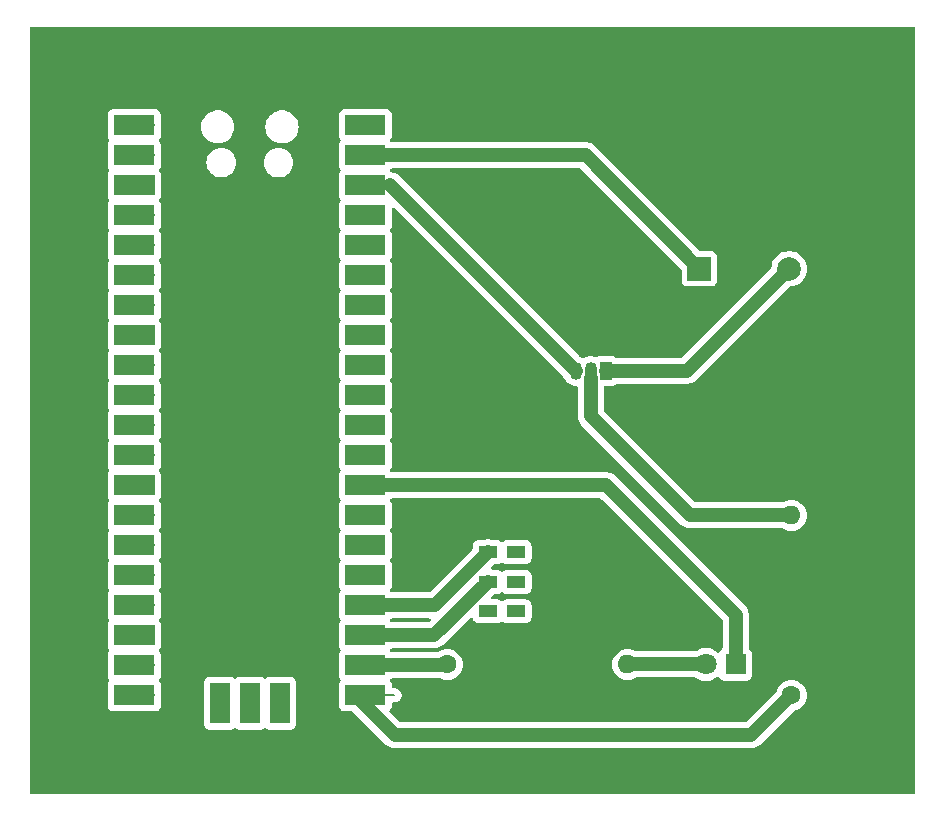
<source format=gbr>
%TF.GenerationSoftware,KiCad,Pcbnew,8.0.1*%
%TF.CreationDate,2024-04-01T01:28:53-03:00*%
%TF.ProjectId,PonderadaPCB,506f6e64-6572-4616-9461-5043422e6b69,rev?*%
%TF.SameCoordinates,Original*%
%TF.FileFunction,Copper,L1,Top*%
%TF.FilePolarity,Positive*%
%FSLAX46Y46*%
G04 Gerber Fmt 4.6, Leading zero omitted, Abs format (unit mm)*
G04 Created by KiCad (PCBNEW 8.0.1) date 2024-04-01 01:28:53*
%MOMM*%
%LPD*%
G01*
G04 APERTURE LIST*
%TA.AperFunction,ComponentPad*%
%ADD10R,1.800000X1.800000*%
%TD*%
%TA.AperFunction,ComponentPad*%
%ADD11C,1.800000*%
%TD*%
%TA.AperFunction,ComponentPad*%
%ADD12C,1.600000*%
%TD*%
%TA.AperFunction,ComponentPad*%
%ADD13O,1.600000X1.600000*%
%TD*%
%TA.AperFunction,SMDPad,CuDef*%
%ADD14R,1.600000X1.000000*%
%TD*%
%TA.AperFunction,ComponentPad*%
%ADD15R,1.050000X1.500000*%
%TD*%
%TA.AperFunction,ComponentPad*%
%ADD16O,1.050000X1.500000*%
%TD*%
%TA.AperFunction,ComponentPad*%
%ADD17O,1.700000X1.700000*%
%TD*%
%TA.AperFunction,SMDPad,CuDef*%
%ADD18R,3.500000X1.700000*%
%TD*%
%TA.AperFunction,ComponentPad*%
%ADD19R,1.700000X1.700000*%
%TD*%
%TA.AperFunction,SMDPad,CuDef*%
%ADD20R,1.700000X3.500000*%
%TD*%
%TA.AperFunction,ComponentPad*%
%ADD21R,2.000000X2.000000*%
%TD*%
%TA.AperFunction,ComponentPad*%
%ADD22C,2.000000*%
%TD*%
%TA.AperFunction,Conductor*%
%ADD23C,1.200000*%
%TD*%
%TA.AperFunction,Conductor*%
%ADD24C,0.200000*%
%TD*%
G04 APERTURE END LIST*
D10*
%TO.P,D1,1,K*%
%TO.N,GND (LED)*%
X184775000Y-119000000D03*
D11*
%TO.P,D1,2,A*%
%TO.N,Net-(D1-A)*%
X182235000Y-119000000D03*
%TD*%
D12*
%TO.P,R1,1*%
%TO.N,GP17 (LED)*%
X160380000Y-119000000D03*
D13*
%TO.P,R1,2*%
%TO.N,Net-(D1-A)*%
X175620000Y-119000000D03*
%TD*%
D14*
%TO.P,SW1,1,A*%
%TO.N,unconnected-(SW1-A-Pad1)*%
X163800000Y-114500000D03*
%TO.P,SW1,2,B*%
%TO.N,GND (Switch)*%
X163800000Y-112000000D03*
%TO.P,SW1,3,C*%
%TO.N,GP18 (Switch)*%
X163800000Y-109500000D03*
%TO.P,SW1,4*%
%TO.N,N/C*%
X166200000Y-114500000D03*
%TO.P,SW1,5*%
X166200000Y-112000000D03*
%TO.P,SW1,6*%
X166200000Y-109500000D03*
%TD*%
D15*
%TO.P,Q1,1,C*%
%TO.N,Net-(BZ1--)*%
X173770000Y-94140000D03*
D16*
%TO.P,Q1,2,B*%
%TO.N,Net-(Q1-B)*%
X172500000Y-94140000D03*
%TO.P,Q1,3,E*%
%TO.N,GND (Buzzer)*%
X171230000Y-94140000D03*
%TD*%
D17*
%TO.P,U1,1,GPIO0*%
%TO.N,unconnected-(U1-GPIO0-Pad1)*%
X134755000Y-73355000D03*
D18*
X133855000Y-73355000D03*
D17*
%TO.P,U1,2,GPIO1*%
%TO.N,unconnected-(U1-GPIO1-Pad2)*%
X134755000Y-75895000D03*
D18*
X133855000Y-75895000D03*
D19*
%TO.P,U1,3,GND*%
%TO.N,unconnected-(U1-GND-Pad3)*%
X134755000Y-78435000D03*
D18*
X133855000Y-78435000D03*
D17*
%TO.P,U1,4,GPIO2*%
%TO.N,unconnected-(U1-GPIO2-Pad4)*%
X134755000Y-80975000D03*
D18*
X133855000Y-80975000D03*
D17*
%TO.P,U1,5,GPIO3*%
%TO.N,unconnected-(U1-GPIO3-Pad5)*%
X134755000Y-83515000D03*
D18*
X133855000Y-83515000D03*
D17*
%TO.P,U1,6,GPIO4*%
%TO.N,unconnected-(U1-GPIO4-Pad6)*%
X134755000Y-86055000D03*
D18*
X133855000Y-86055000D03*
D17*
%TO.P,U1,7,GPIO5*%
%TO.N,unconnected-(U1-GPIO5-Pad7)*%
X134755000Y-88595000D03*
D18*
X133855000Y-88595000D03*
D19*
%TO.P,U1,8,GND*%
%TO.N,unconnected-(U1-GND-Pad8)*%
X134755000Y-91135000D03*
D18*
X133855000Y-91135000D03*
D17*
%TO.P,U1,9,GPIO6*%
%TO.N,unconnected-(U1-GPIO6-Pad9)*%
X134755000Y-93675000D03*
D18*
X133855000Y-93675000D03*
D17*
%TO.P,U1,10,GPIO7*%
%TO.N,unconnected-(U1-GPIO7-Pad10)*%
X134755000Y-96215000D03*
D18*
X133855000Y-96215000D03*
D17*
%TO.P,U1,11,GPIO8*%
%TO.N,unconnected-(U1-GPIO8-Pad11)*%
X134755000Y-98755000D03*
D18*
X133855000Y-98755000D03*
D17*
%TO.P,U1,12,GPIO9*%
%TO.N,unconnected-(U1-GPIO9-Pad12)*%
X134755000Y-101295000D03*
D18*
X133855000Y-101295000D03*
D19*
%TO.P,U1,13,GND*%
%TO.N,unconnected-(U1-GND-Pad13)*%
X134755000Y-103835000D03*
D18*
X133855000Y-103835000D03*
D17*
%TO.P,U1,14,GPIO10*%
%TO.N,unconnected-(U1-GPIO10-Pad14)*%
X134755000Y-106375000D03*
D18*
X133855000Y-106375000D03*
D17*
%TO.P,U1,15,GPIO11*%
%TO.N,unconnected-(U1-GPIO11-Pad15)*%
X134755000Y-108915000D03*
D18*
X133855000Y-108915000D03*
D17*
%TO.P,U1,16,GPIO12*%
%TO.N,unconnected-(U1-GPIO12-Pad16)*%
X134755000Y-111455000D03*
D18*
X133855000Y-111455000D03*
D17*
%TO.P,U1,17,GPIO13*%
%TO.N,unconnected-(U1-GPIO13-Pad17)*%
X134755000Y-113995000D03*
D18*
X133855000Y-113995000D03*
D19*
%TO.P,U1,18,GND*%
%TO.N,unconnected-(U1-GND-Pad18)*%
X134755000Y-116535000D03*
D18*
X133855000Y-116535000D03*
D17*
%TO.P,U1,19,GPIO14*%
%TO.N,unconnected-(U1-GPIO14-Pad19)*%
X134755000Y-119075000D03*
D18*
X133855000Y-119075000D03*
D17*
%TO.P,U1,20,GPIO15*%
%TO.N,unconnected-(U1-GPIO15-Pad20)*%
X134755000Y-121615000D03*
D18*
X133855000Y-121615000D03*
D17*
%TO.P,U1,21,GPIO16*%
%TO.N,GP16 (Buzzer)*%
X152535000Y-121615000D03*
D18*
X153435000Y-121615000D03*
D17*
%TO.P,U1,22,GPIO17*%
%TO.N,GP17 (LED)*%
X152535000Y-119075000D03*
D18*
X153435000Y-119075000D03*
D19*
%TO.P,U1,23,GND*%
%TO.N,GND (Switch)*%
X152535000Y-116535000D03*
D18*
X153435000Y-116535000D03*
D17*
%TO.P,U1,24,GPIO18*%
%TO.N,GP18 (Switch)*%
X152535000Y-113995000D03*
D18*
X153435000Y-113995000D03*
D17*
%TO.P,U1,25,GPIO19*%
%TO.N,unconnected-(U1-GPIO19-Pad25)*%
X152535000Y-111455000D03*
D18*
X153435000Y-111455000D03*
D17*
%TO.P,U1,26,GPIO20*%
%TO.N,unconnected-(U1-GPIO20-Pad26)*%
X152535000Y-108915000D03*
D18*
X153435000Y-108915000D03*
D17*
%TO.P,U1,27,GPIO21*%
%TO.N,unconnected-(U1-GPIO21-Pad27)*%
X152535000Y-106375000D03*
D18*
X153435000Y-106375000D03*
D19*
%TO.P,U1,28,GND*%
%TO.N,GND (LED)*%
X152535000Y-103835000D03*
D18*
X153435000Y-103835000D03*
D17*
%TO.P,U1,29,GPIO22*%
%TO.N,unconnected-(U1-GPIO22-Pad29)*%
X152535000Y-101295000D03*
D18*
X153435000Y-101295000D03*
D17*
%TO.P,U1,30,RUN*%
%TO.N,unconnected-(U1-RUN-Pad30)*%
X152535000Y-98755000D03*
D18*
X153435000Y-98755000D03*
D17*
%TO.P,U1,31,GPIO26_ADC0*%
%TO.N,unconnected-(U1-GPIO26_ADC0-Pad31)*%
X152535000Y-96215000D03*
D18*
X153435000Y-96215000D03*
D17*
%TO.P,U1,32,GPIO27_ADC1*%
%TO.N,unconnected-(U1-GPIO27_ADC1-Pad32)*%
X152535000Y-93675000D03*
D18*
X153435000Y-93675000D03*
D19*
%TO.P,U1,33,AGND*%
%TO.N,unconnected-(U1-AGND-Pad33)*%
X152535000Y-91135000D03*
D18*
X153435000Y-91135000D03*
D17*
%TO.P,U1,34,GPIO28_ADC2*%
%TO.N,unconnected-(U1-GPIO28_ADC2-Pad34)*%
X152535000Y-88595000D03*
D18*
X153435000Y-88595000D03*
D17*
%TO.P,U1,35,ADC_VREF*%
%TO.N,unconnected-(U1-ADC_VREF-Pad35)*%
X152535000Y-86055000D03*
D18*
X153435000Y-86055000D03*
D17*
%TO.P,U1,36,3V3*%
%TO.N,unconnected-(U1-3V3-Pad36)*%
X152535000Y-83515000D03*
D18*
X153435000Y-83515000D03*
D17*
%TO.P,U1,37,3V3_EN*%
%TO.N,unconnected-(U1-3V3_EN-Pad37)*%
X152535000Y-80975000D03*
D18*
X153435000Y-80975000D03*
D19*
%TO.P,U1,38,GND*%
%TO.N,GND (Buzzer)*%
X152535000Y-78435000D03*
D18*
X153435000Y-78435000D03*
D17*
%TO.P,U1,39,VSYS*%
%TO.N,VCC*%
X152535000Y-75895000D03*
D18*
X153435000Y-75895000D03*
D17*
%TO.P,U1,40,VBUS*%
%TO.N,unconnected-(U1-VBUS-Pad40)*%
X152535000Y-73355000D03*
D18*
X153435000Y-73355000D03*
D17*
%TO.P,U1,41,SWCLK*%
%TO.N,unconnected-(U1-SWCLK-Pad41)*%
X141105000Y-121385000D03*
D20*
X141105000Y-122285000D03*
D19*
%TO.P,U1,42,GND*%
%TO.N,unconnected-(U1-GND-Pad42)*%
X143645000Y-121385000D03*
D20*
X143645000Y-122285000D03*
D17*
%TO.P,U1,43,SWDIO*%
%TO.N,unconnected-(U1-SWDIO-Pad43)*%
X146185000Y-121385000D03*
D20*
X146185000Y-122285000D03*
%TD*%
D21*
%TO.P,BZ1,1,+*%
%TO.N,VCC*%
X181700000Y-85500000D03*
D22*
%TO.P,BZ1,2,-*%
%TO.N,Net-(BZ1--)*%
X189300000Y-85500000D03*
%TD*%
D12*
%TO.P,R2,1*%
%TO.N,GP16 (Buzzer)*%
X189500000Y-121620000D03*
D13*
%TO.P,R2,2*%
%TO.N,Net-(Q1-B)*%
X189500000Y-106380000D03*
%TD*%
D23*
%TO.N,GND (LED)*%
X173835000Y-103835000D02*
X152535000Y-103835000D01*
X184775000Y-114775000D02*
X173835000Y-103835000D01*
X184775000Y-119000000D02*
X184775000Y-114775000D01*
%TO.N,Net-(D1-A)*%
X175620000Y-119000000D02*
X182235000Y-119000000D01*
%TO.N,Net-(BZ1--)*%
X180660000Y-94140000D02*
X173770000Y-94140000D01*
X189300000Y-85500000D02*
X180660000Y-94140000D01*
%TO.N,VCC*%
X172095000Y-75895000D02*
X181700000Y-85500000D01*
D24*
X181700000Y-84644365D02*
X181700000Y-85500000D01*
D23*
X152535000Y-75895000D02*
X172095000Y-75895000D01*
D24*
%TO.N,GND (LED)*%
X152700000Y-104000000D02*
X152535000Y-103835000D01*
D23*
%TO.N,Net-(Q1-B)*%
X180880000Y-106380000D02*
X172500000Y-98000000D01*
D24*
X172500000Y-94745000D02*
X172500000Y-94140000D01*
D23*
X172500000Y-98000000D02*
X172500000Y-94745000D01*
X189500000Y-106380000D02*
X180880000Y-106380000D01*
%TO.N,GND (Buzzer)*%
X171230000Y-94140000D02*
X155525000Y-78435000D01*
D24*
X155525000Y-78435000D02*
X152535000Y-78435000D01*
%TO.N,GP17 (LED)*%
X160380000Y-119000000D02*
X160305000Y-119075000D01*
X152535000Y-119075000D02*
X153925000Y-119075000D01*
X153925000Y-119075000D02*
X154000000Y-119000000D01*
D23*
X160305000Y-119075000D02*
X152535000Y-119075000D01*
D24*
%TO.N,GP16 (Buzzer)*%
X189495000Y-121615000D02*
X189500000Y-121620000D01*
X155885000Y-121615000D02*
X155890000Y-121620000D01*
D23*
X186110000Y-125000000D02*
X189495000Y-121615000D01*
D24*
X152535000Y-121615000D02*
X155885000Y-121615000D01*
D23*
X155920000Y-125000000D02*
X186110000Y-125000000D01*
X152535000Y-121615000D02*
X155920000Y-125000000D01*
%TO.N,GND (Switch)*%
X152535000Y-116535000D02*
X159265000Y-116535000D01*
X159265000Y-116535000D02*
X163800000Y-112000000D01*
%TO.N,GP18 (Switch)*%
X152535000Y-113995000D02*
X159305000Y-113995000D01*
X159305000Y-113995000D02*
X163800000Y-109500000D01*
%TD*%
%TA.AperFunction,NonConductor*%
G36*
X199943039Y-65019685D02*
G01*
X199988794Y-65072489D01*
X200000000Y-65124000D01*
X200000000Y-129876000D01*
X199980315Y-129943039D01*
X199927511Y-129988794D01*
X199876000Y-130000000D01*
X125124000Y-130000000D01*
X125056961Y-129980315D01*
X125011206Y-129927511D01*
X125000000Y-129876000D01*
X125000000Y-122512870D01*
X131604500Y-122512870D01*
X131604501Y-122512876D01*
X131610908Y-122572483D01*
X131661202Y-122707328D01*
X131661206Y-122707335D01*
X131747452Y-122822544D01*
X131747455Y-122822547D01*
X131862664Y-122908793D01*
X131862671Y-122908797D01*
X131997517Y-122959091D01*
X131997516Y-122959091D01*
X132004444Y-122959835D01*
X132057127Y-122965500D01*
X134690611Y-122965499D01*
X134701419Y-122965971D01*
X134754999Y-122970659D01*
X134755000Y-122970659D01*
X134755001Y-122970659D01*
X134808580Y-122965971D01*
X134819388Y-122965499D01*
X135652871Y-122965499D01*
X135652872Y-122965499D01*
X135712483Y-122959091D01*
X135847331Y-122908796D01*
X135962546Y-122822546D01*
X136048796Y-122707331D01*
X136099091Y-122572483D01*
X136105500Y-122512873D01*
X136105499Y-121679383D01*
X136105971Y-121668576D01*
X136110659Y-121615000D01*
X136110659Y-121614999D01*
X136105971Y-121561421D01*
X136105499Y-121550613D01*
X136105499Y-121385001D01*
X139749341Y-121385001D01*
X139754028Y-121438574D01*
X139754500Y-121449381D01*
X139754500Y-124082870D01*
X139754501Y-124082876D01*
X139760908Y-124142483D01*
X139811202Y-124277328D01*
X139811206Y-124277335D01*
X139897452Y-124392544D01*
X139897455Y-124392547D01*
X140012664Y-124478793D01*
X140012671Y-124478797D01*
X140147517Y-124529091D01*
X140147516Y-124529091D01*
X140154444Y-124529835D01*
X140207127Y-124535500D01*
X142002872Y-124535499D01*
X142062483Y-124529091D01*
X142197331Y-124478796D01*
X142300690Y-124401421D01*
X142366152Y-124377004D01*
X142434425Y-124391855D01*
X142449303Y-124401416D01*
X142552665Y-124478793D01*
X142552668Y-124478795D01*
X142552671Y-124478797D01*
X142687517Y-124529091D01*
X142687516Y-124529091D01*
X142694444Y-124529835D01*
X142747127Y-124535500D01*
X144542872Y-124535499D01*
X144602483Y-124529091D01*
X144737331Y-124478796D01*
X144840690Y-124401421D01*
X144906152Y-124377004D01*
X144974425Y-124391855D01*
X144989303Y-124401416D01*
X145092665Y-124478793D01*
X145092668Y-124478795D01*
X145092671Y-124478797D01*
X145227517Y-124529091D01*
X145227516Y-124529091D01*
X145234444Y-124529835D01*
X145287127Y-124535500D01*
X147082872Y-124535499D01*
X147142483Y-124529091D01*
X147277331Y-124478796D01*
X147392546Y-124392546D01*
X147478796Y-124277331D01*
X147529091Y-124142483D01*
X147535500Y-124082873D01*
X147535499Y-121615002D01*
X151179341Y-121615002D01*
X151184028Y-121668576D01*
X151184500Y-121679383D01*
X151184500Y-122512870D01*
X151184501Y-122512876D01*
X151190908Y-122572483D01*
X151241202Y-122707328D01*
X151241206Y-122707335D01*
X151327452Y-122822544D01*
X151327455Y-122822547D01*
X151442664Y-122908793D01*
X151442671Y-122908797D01*
X151487618Y-122925561D01*
X151577517Y-122959091D01*
X151637127Y-122965500D01*
X152277795Y-122965499D01*
X152344834Y-122985183D01*
X152365476Y-123001818D01*
X155203072Y-125839414D01*
X155343212Y-125941232D01*
X155497555Y-126019873D01*
X155662299Y-126073402D01*
X155833389Y-126100500D01*
X155833390Y-126100500D01*
X186196610Y-126100500D01*
X186196611Y-126100500D01*
X186367701Y-126073402D01*
X186532445Y-126019873D01*
X186686788Y-125941232D01*
X186826928Y-125839414D01*
X189749664Y-122916676D01*
X189805248Y-122884585D01*
X189898961Y-122859475D01*
X189946486Y-122846742D01*
X189946489Y-122846740D01*
X189946496Y-122846739D01*
X190152734Y-122750568D01*
X190339139Y-122620047D01*
X190500047Y-122459139D01*
X190630568Y-122272734D01*
X190726739Y-122066496D01*
X190785635Y-121846692D01*
X190805468Y-121620000D01*
X190805030Y-121614999D01*
X190790541Y-121449387D01*
X190785635Y-121393308D01*
X190726739Y-121173504D01*
X190630568Y-120967266D01*
X190500047Y-120780861D01*
X190500045Y-120780858D01*
X190339141Y-120619954D01*
X190152734Y-120489432D01*
X190152732Y-120489431D01*
X189946497Y-120393261D01*
X189946488Y-120393258D01*
X189726697Y-120334366D01*
X189726693Y-120334365D01*
X189726692Y-120334365D01*
X189726691Y-120334364D01*
X189726686Y-120334364D01*
X189500002Y-120314532D01*
X189499998Y-120314532D01*
X189273313Y-120334364D01*
X189273302Y-120334366D01*
X189053511Y-120393258D01*
X189053502Y-120393261D01*
X188847267Y-120489431D01*
X188847265Y-120489432D01*
X188660858Y-120619954D01*
X188499954Y-120780858D01*
X188369432Y-120967265D01*
X188369431Y-120967267D01*
X188273260Y-121173504D01*
X188242733Y-121287430D01*
X188210640Y-121343016D01*
X185690477Y-123863181D01*
X185629154Y-123896666D01*
X185602796Y-123899500D01*
X156427204Y-123899500D01*
X156360165Y-123879815D01*
X156339523Y-123863181D01*
X155504390Y-123028048D01*
X155470905Y-122966725D01*
X155475889Y-122897033D01*
X155517758Y-122841101D01*
X155542546Y-122822546D01*
X155628796Y-122707331D01*
X155679091Y-122572483D01*
X155685500Y-122512873D01*
X155685500Y-122344500D01*
X155705185Y-122277461D01*
X155757989Y-122231706D01*
X155809500Y-122220500D01*
X155969055Y-122220500D01*
X155969057Y-122220500D01*
X156121785Y-122179577D01*
X156258716Y-122100519D01*
X156370519Y-121988716D01*
X156449577Y-121851785D01*
X156490500Y-121699057D01*
X156490500Y-121540943D01*
X156449577Y-121388215D01*
X156447721Y-121385001D01*
X156416785Y-121331418D01*
X156370519Y-121251284D01*
X156370515Y-121251280D01*
X156370512Y-121251276D01*
X156253717Y-121134481D01*
X156253716Y-121134480D01*
X156166904Y-121084360D01*
X156166904Y-121084359D01*
X156166900Y-121084358D01*
X156116785Y-121055423D01*
X155964057Y-121014499D01*
X155809499Y-121014499D01*
X155742460Y-120994814D01*
X155696705Y-120942010D01*
X155685499Y-120890499D01*
X155685499Y-120717129D01*
X155685498Y-120717123D01*
X155685497Y-120717116D01*
X155679091Y-120657517D01*
X155628796Y-120522669D01*
X155551421Y-120419309D01*
X155527004Y-120353848D01*
X155541855Y-120285575D01*
X155551422Y-120270689D01*
X155566585Y-120250433D01*
X155585486Y-120225187D01*
X155641421Y-120183317D01*
X155684751Y-120175500D01*
X159796132Y-120175500D01*
X159848536Y-120187117D01*
X159933504Y-120226739D01*
X160153308Y-120285635D01*
X160315230Y-120299801D01*
X160379998Y-120305468D01*
X160380000Y-120305468D01*
X160380002Y-120305468D01*
X160436673Y-120300509D01*
X160606692Y-120285635D01*
X160826496Y-120226739D01*
X161032734Y-120130568D01*
X161219139Y-120000047D01*
X161380047Y-119839139D01*
X161510568Y-119652734D01*
X161606739Y-119446496D01*
X161665635Y-119226692D01*
X161684539Y-119010616D01*
X161685468Y-119000001D01*
X161685468Y-118999998D01*
X161665635Y-118773313D01*
X161665635Y-118773308D01*
X161606739Y-118553504D01*
X161510568Y-118347266D01*
X161391437Y-118177128D01*
X161380045Y-118160858D01*
X161219141Y-117999954D01*
X161032734Y-117869432D01*
X161032732Y-117869431D01*
X160826497Y-117773261D01*
X160826488Y-117773258D01*
X160606697Y-117714366D01*
X160606693Y-117714365D01*
X160606692Y-117714365D01*
X160606691Y-117714364D01*
X160606686Y-117714364D01*
X160380002Y-117694532D01*
X160379998Y-117694532D01*
X160153313Y-117714364D01*
X160153302Y-117714366D01*
X159933511Y-117773258D01*
X159933502Y-117773261D01*
X159727267Y-117869431D01*
X159727265Y-117869432D01*
X159609239Y-117952075D01*
X159543033Y-117974402D01*
X159538116Y-117974500D01*
X155684751Y-117974500D01*
X155617712Y-117954815D01*
X155585485Y-117924812D01*
X155551423Y-117879312D01*
X155527005Y-117813848D01*
X155541856Y-117745575D01*
X155551423Y-117730688D01*
X155585485Y-117685188D01*
X155641419Y-117643318D01*
X155684751Y-117635500D01*
X159351610Y-117635500D01*
X159351611Y-117635500D01*
X159522701Y-117608402D01*
X159687445Y-117554873D01*
X159841788Y-117476232D01*
X159981928Y-117374414D01*
X162299646Y-115056694D01*
X162360967Y-115023211D01*
X162430659Y-115028195D01*
X162486592Y-115070067D01*
X162503507Y-115101044D01*
X162556202Y-115242328D01*
X162556206Y-115242335D01*
X162642452Y-115357544D01*
X162642455Y-115357547D01*
X162757664Y-115443793D01*
X162757671Y-115443797D01*
X162892517Y-115494091D01*
X162892516Y-115494091D01*
X162899444Y-115494835D01*
X162952127Y-115500500D01*
X164647872Y-115500499D01*
X164707483Y-115494091D01*
X164842331Y-115443796D01*
X164925689Y-115381393D01*
X164991153Y-115356977D01*
X165059426Y-115371828D01*
X165074309Y-115381393D01*
X165141465Y-115431666D01*
X165157669Y-115443796D01*
X165157671Y-115443797D01*
X165292517Y-115494091D01*
X165292516Y-115494091D01*
X165299444Y-115494835D01*
X165352127Y-115500500D01*
X167047872Y-115500499D01*
X167107483Y-115494091D01*
X167242331Y-115443796D01*
X167357546Y-115357546D01*
X167443796Y-115242331D01*
X167494091Y-115107483D01*
X167500500Y-115047873D01*
X167500499Y-113952128D01*
X167494091Y-113892517D01*
X167443796Y-113757669D01*
X167443795Y-113757668D01*
X167443793Y-113757664D01*
X167357547Y-113642455D01*
X167357544Y-113642452D01*
X167242335Y-113556206D01*
X167242328Y-113556202D01*
X167107482Y-113505908D01*
X167107483Y-113505908D01*
X167047883Y-113499501D01*
X167047881Y-113499500D01*
X167047873Y-113499500D01*
X167047864Y-113499500D01*
X165352129Y-113499500D01*
X165352123Y-113499501D01*
X165292516Y-113505908D01*
X165157671Y-113556202D01*
X165157669Y-113556203D01*
X165074311Y-113618606D01*
X165008847Y-113643023D01*
X164940574Y-113628172D01*
X164925689Y-113618606D01*
X164842330Y-113556203D01*
X164842328Y-113556202D01*
X164707482Y-113505908D01*
X164707483Y-113505908D01*
X164647883Y-113499501D01*
X164647881Y-113499500D01*
X164647873Y-113499500D01*
X164647865Y-113499500D01*
X164156203Y-113499500D01*
X164089164Y-113479815D01*
X164043409Y-113427011D01*
X164033465Y-113357853D01*
X164062490Y-113294297D01*
X164068522Y-113287819D01*
X164319523Y-113036818D01*
X164380846Y-113003333D01*
X164407204Y-113000499D01*
X164647871Y-113000499D01*
X164647872Y-113000499D01*
X164707483Y-112994091D01*
X164842331Y-112943796D01*
X164925689Y-112881393D01*
X164991153Y-112856977D01*
X165059426Y-112871828D01*
X165074309Y-112881393D01*
X165102733Y-112902671D01*
X165157669Y-112943796D01*
X165157671Y-112943797D01*
X165292517Y-112994091D01*
X165292516Y-112994091D01*
X165299444Y-112994835D01*
X165352127Y-113000500D01*
X167047872Y-113000499D01*
X167107483Y-112994091D01*
X167242331Y-112943796D01*
X167357546Y-112857546D01*
X167443796Y-112742331D01*
X167494091Y-112607483D01*
X167500500Y-112547873D01*
X167500499Y-111452128D01*
X167494091Y-111392517D01*
X167443796Y-111257669D01*
X167443795Y-111257668D01*
X167443793Y-111257664D01*
X167357547Y-111142455D01*
X167357544Y-111142452D01*
X167242335Y-111056206D01*
X167242328Y-111056202D01*
X167107482Y-111005908D01*
X167107483Y-111005908D01*
X167047883Y-110999501D01*
X167047881Y-110999500D01*
X167047873Y-110999500D01*
X167047864Y-110999500D01*
X165352129Y-110999500D01*
X165352123Y-110999501D01*
X165292516Y-111005908D01*
X165157671Y-111056202D01*
X165157669Y-111056203D01*
X165074311Y-111118606D01*
X165008847Y-111143023D01*
X164940574Y-111128172D01*
X164925689Y-111118606D01*
X164842330Y-111056203D01*
X164842328Y-111056202D01*
X164707482Y-111005908D01*
X164707483Y-111005908D01*
X164647883Y-110999501D01*
X164647881Y-110999500D01*
X164647873Y-110999500D01*
X164647865Y-110999500D01*
X164290238Y-110999500D01*
X164233942Y-110985984D01*
X164222452Y-110980129D01*
X164222446Y-110980127D01*
X164153565Y-110957745D01*
X164095892Y-110918309D01*
X164068694Y-110853950D01*
X164080609Y-110785104D01*
X164104202Y-110752138D01*
X164319523Y-110536818D01*
X164380846Y-110503333D01*
X164407204Y-110500499D01*
X164647871Y-110500499D01*
X164647872Y-110500499D01*
X164707483Y-110494091D01*
X164842331Y-110443796D01*
X164925689Y-110381393D01*
X164991153Y-110356977D01*
X165059426Y-110371828D01*
X165074311Y-110381394D01*
X165157669Y-110443796D01*
X165157671Y-110443797D01*
X165292517Y-110494091D01*
X165292516Y-110494091D01*
X165299444Y-110494835D01*
X165352127Y-110500500D01*
X167047872Y-110500499D01*
X167107483Y-110494091D01*
X167242331Y-110443796D01*
X167357546Y-110357546D01*
X167443796Y-110242331D01*
X167494091Y-110107483D01*
X167500500Y-110047873D01*
X167500499Y-108952128D01*
X167494091Y-108892517D01*
X167480481Y-108856028D01*
X167443797Y-108757671D01*
X167443793Y-108757664D01*
X167357547Y-108642455D01*
X167357544Y-108642452D01*
X167242335Y-108556206D01*
X167242328Y-108556202D01*
X167107482Y-108505908D01*
X167107483Y-108505908D01*
X167047883Y-108499501D01*
X167047881Y-108499500D01*
X167047873Y-108499500D01*
X167047864Y-108499500D01*
X165352129Y-108499500D01*
X165352123Y-108499501D01*
X165292516Y-108505908D01*
X165157671Y-108556202D01*
X165157669Y-108556203D01*
X165074311Y-108618606D01*
X165008847Y-108643023D01*
X164940574Y-108628172D01*
X164925689Y-108618606D01*
X164842330Y-108556203D01*
X164842328Y-108556202D01*
X164707482Y-108505908D01*
X164707483Y-108505908D01*
X164647883Y-108499501D01*
X164647881Y-108499500D01*
X164647873Y-108499500D01*
X164647865Y-108499500D01*
X164290237Y-108499500D01*
X164233941Y-108485984D01*
X164222449Y-108480128D01*
X164140073Y-108453362D01*
X164057701Y-108426598D01*
X164057699Y-108426597D01*
X164057698Y-108426597D01*
X163926271Y-108405781D01*
X163886611Y-108399500D01*
X163713389Y-108399500D01*
X163681192Y-108404599D01*
X163542301Y-108426597D01*
X163377558Y-108480125D01*
X163377552Y-108480127D01*
X163366055Y-108485986D01*
X163309762Y-108499500D01*
X162952130Y-108499500D01*
X162952123Y-108499501D01*
X162892516Y-108505908D01*
X162757671Y-108556202D01*
X162757664Y-108556206D01*
X162642455Y-108642452D01*
X162642452Y-108642455D01*
X162556206Y-108757664D01*
X162556202Y-108757671D01*
X162505908Y-108892517D01*
X162499501Y-108952116D01*
X162499501Y-108952123D01*
X162499500Y-108952135D01*
X162499500Y-109192795D01*
X162479815Y-109259834D01*
X162463181Y-109280476D01*
X158885477Y-112858181D01*
X158824154Y-112891666D01*
X158797796Y-112894500D01*
X155684751Y-112894500D01*
X155617712Y-112874815D01*
X155585485Y-112844812D01*
X155551422Y-112799311D01*
X155527004Y-112733847D01*
X155541855Y-112665574D01*
X155551411Y-112650702D01*
X155628796Y-112547331D01*
X155679091Y-112412483D01*
X155685500Y-112352873D01*
X155685499Y-110557128D01*
X155679412Y-110500499D01*
X155679091Y-110497516D01*
X155628797Y-110362671D01*
X155628795Y-110362668D01*
X155551421Y-110259309D01*
X155527004Y-110193848D01*
X155541855Y-110125575D01*
X155551416Y-110110696D01*
X155628796Y-110007331D01*
X155679091Y-109872483D01*
X155685500Y-109812873D01*
X155685499Y-108017128D01*
X155679091Y-107957517D01*
X155628796Y-107822669D01*
X155551421Y-107719309D01*
X155527004Y-107653848D01*
X155541855Y-107585575D01*
X155551416Y-107570696D01*
X155628796Y-107467331D01*
X155679091Y-107332483D01*
X155685500Y-107272873D01*
X155685499Y-105477128D01*
X155679091Y-105417517D01*
X155628796Y-105282669D01*
X155551421Y-105179309D01*
X155527004Y-105113848D01*
X155541855Y-105045575D01*
X155551422Y-105030689D01*
X155566585Y-105010433D01*
X155585486Y-104985187D01*
X155641421Y-104943317D01*
X155684751Y-104935500D01*
X173327796Y-104935500D01*
X173394835Y-104955185D01*
X173415477Y-104971819D01*
X183638181Y-115194523D01*
X183671666Y-115255846D01*
X183674500Y-115282204D01*
X183674500Y-117562819D01*
X183654815Y-117629858D01*
X183624812Y-117662085D01*
X183517452Y-117742455D01*
X183431206Y-117857664D01*
X183431203Y-117857670D01*
X183402544Y-117934508D01*
X183360672Y-117990441D01*
X183295208Y-118014858D01*
X183226935Y-118000006D01*
X183195135Y-117975158D01*
X183186784Y-117966087D01*
X183186778Y-117966082D01*
X183186777Y-117966081D01*
X183003634Y-117823535D01*
X183003628Y-117823531D01*
X182799504Y-117713064D01*
X182799495Y-117713061D01*
X182579984Y-117637702D01*
X182390906Y-117606151D01*
X182351049Y-117599500D01*
X182118951Y-117599500D01*
X182079094Y-117606151D01*
X181890015Y-117637702D01*
X181670504Y-117713061D01*
X181670495Y-117713064D01*
X181466371Y-117823531D01*
X181466365Y-117823535D01*
X181402360Y-117873353D01*
X181337366Y-117898996D01*
X181326198Y-117899500D01*
X176354772Y-117899500D01*
X176287733Y-117879815D01*
X176283649Y-117877075D01*
X176272734Y-117869432D01*
X176272732Y-117869431D01*
X176066497Y-117773261D01*
X176066488Y-117773258D01*
X175846697Y-117714366D01*
X175846693Y-117714365D01*
X175846692Y-117714365D01*
X175846691Y-117714364D01*
X175846686Y-117714364D01*
X175620002Y-117694532D01*
X175619998Y-117694532D01*
X175393313Y-117714364D01*
X175393302Y-117714366D01*
X175173511Y-117773258D01*
X175173502Y-117773261D01*
X174967267Y-117869431D01*
X174967265Y-117869432D01*
X174780858Y-117999954D01*
X174619954Y-118160858D01*
X174489432Y-118347265D01*
X174489431Y-118347267D01*
X174393261Y-118553502D01*
X174393258Y-118553511D01*
X174334366Y-118773302D01*
X174334364Y-118773313D01*
X174314532Y-118999998D01*
X174314532Y-119000001D01*
X174334364Y-119226686D01*
X174334366Y-119226697D01*
X174393258Y-119446488D01*
X174393261Y-119446497D01*
X174489431Y-119652732D01*
X174489432Y-119652734D01*
X174619954Y-119839141D01*
X174780858Y-120000045D01*
X174780861Y-120000047D01*
X174967266Y-120130568D01*
X175173504Y-120226739D01*
X175393308Y-120285635D01*
X175555230Y-120299801D01*
X175619998Y-120305468D01*
X175620000Y-120305468D01*
X175620002Y-120305468D01*
X175676673Y-120300509D01*
X175846692Y-120285635D01*
X176066496Y-120226739D01*
X176272734Y-120130568D01*
X176283649Y-120122924D01*
X176349856Y-120100598D01*
X176354772Y-120100500D01*
X181326198Y-120100500D01*
X181393237Y-120120185D01*
X181402360Y-120126647D01*
X181466365Y-120176464D01*
X181466371Y-120176468D01*
X181466374Y-120176470D01*
X181556395Y-120225187D01*
X181640471Y-120270687D01*
X181670497Y-120286936D01*
X181784487Y-120326068D01*
X181890015Y-120362297D01*
X181890017Y-120362297D01*
X181890019Y-120362298D01*
X182118951Y-120400500D01*
X182118952Y-120400500D01*
X182351048Y-120400500D01*
X182351049Y-120400500D01*
X182579981Y-120362298D01*
X182799503Y-120286936D01*
X183003626Y-120176470D01*
X183004873Y-120175500D01*
X183101107Y-120100598D01*
X183186784Y-120033913D01*
X183195130Y-120024846D01*
X183255010Y-119988854D01*
X183324849Y-119990949D01*
X183382468Y-120030469D01*
X183402544Y-120065491D01*
X183431203Y-120142330D01*
X183431206Y-120142335D01*
X183517452Y-120257544D01*
X183517455Y-120257547D01*
X183632664Y-120343793D01*
X183632671Y-120343797D01*
X183767517Y-120394091D01*
X183767516Y-120394091D01*
X183774444Y-120394835D01*
X183827127Y-120400500D01*
X185722872Y-120400499D01*
X185782483Y-120394091D01*
X185917331Y-120343796D01*
X186032546Y-120257546D01*
X186118796Y-120142331D01*
X186169091Y-120007483D01*
X186175500Y-119947873D01*
X186175499Y-118052128D01*
X186169091Y-117992517D01*
X186159233Y-117966087D01*
X186118797Y-117857671D01*
X186118793Y-117857664D01*
X186032547Y-117742455D01*
X185925188Y-117662085D01*
X185883318Y-117606151D01*
X185875500Y-117562819D01*
X185875500Y-114688389D01*
X185848402Y-114517301D01*
X185848402Y-114517299D01*
X185796380Y-114357193D01*
X185795318Y-114353427D01*
X185716231Y-114198211D01*
X185614414Y-114058072D01*
X174551928Y-102995586D01*
X174411788Y-102893768D01*
X174257445Y-102815127D01*
X174092701Y-102761598D01*
X174092699Y-102761597D01*
X174092698Y-102761597D01*
X173961271Y-102740781D01*
X173921611Y-102734500D01*
X173921610Y-102734500D01*
X155684751Y-102734500D01*
X155617712Y-102714815D01*
X155585485Y-102684812D01*
X155551422Y-102639311D01*
X155527004Y-102573847D01*
X155541855Y-102505574D01*
X155551411Y-102490702D01*
X155628796Y-102387331D01*
X155679091Y-102252483D01*
X155685500Y-102192873D01*
X155685499Y-100397128D01*
X155679091Y-100337517D01*
X155628796Y-100202669D01*
X155551421Y-100099309D01*
X155527004Y-100033848D01*
X155541855Y-99965575D01*
X155551416Y-99950696D01*
X155628796Y-99847331D01*
X155679091Y-99712483D01*
X155685500Y-99652873D01*
X155685499Y-97857128D01*
X155679091Y-97797517D01*
X155628796Y-97662669D01*
X155551421Y-97559309D01*
X155527004Y-97493848D01*
X155541855Y-97425575D01*
X155551416Y-97410696D01*
X155628796Y-97307331D01*
X155679091Y-97172483D01*
X155685500Y-97112873D01*
X155685499Y-95317128D01*
X155679091Y-95257517D01*
X155662637Y-95213402D01*
X155628797Y-95122671D01*
X155628795Y-95122668D01*
X155597775Y-95081231D01*
X155551421Y-95019309D01*
X155527004Y-94953848D01*
X155541855Y-94885575D01*
X155551416Y-94870696D01*
X155628796Y-94767331D01*
X155679091Y-94632483D01*
X155685500Y-94572873D01*
X155685499Y-92777128D01*
X155679091Y-92717517D01*
X155628796Y-92582669D01*
X155551421Y-92479309D01*
X155527004Y-92413848D01*
X155541855Y-92345575D01*
X155551416Y-92330696D01*
X155628796Y-92227331D01*
X155679091Y-92092483D01*
X155685500Y-92032873D01*
X155685499Y-90237128D01*
X155679091Y-90177517D01*
X155628796Y-90042669D01*
X155551421Y-89939309D01*
X155527004Y-89873848D01*
X155541855Y-89805575D01*
X155551416Y-89790696D01*
X155628796Y-89687331D01*
X155679091Y-89552483D01*
X155685500Y-89492873D01*
X155685499Y-87697128D01*
X155679091Y-87637517D01*
X155628796Y-87502669D01*
X155551421Y-87399309D01*
X155527004Y-87333848D01*
X155541855Y-87265575D01*
X155551416Y-87250696D01*
X155628796Y-87147331D01*
X155679091Y-87012483D01*
X155685500Y-86952873D01*
X155685499Y-85157128D01*
X155679091Y-85097517D01*
X155646866Y-85011118D01*
X155628797Y-84962671D01*
X155628795Y-84962668D01*
X155551421Y-84859309D01*
X155527004Y-84793848D01*
X155541855Y-84725575D01*
X155551416Y-84710696D01*
X155628796Y-84607331D01*
X155679091Y-84472483D01*
X155685500Y-84412873D01*
X155685499Y-82617128D01*
X155679091Y-82557517D01*
X155628796Y-82422669D01*
X155551421Y-82319309D01*
X155527004Y-82253848D01*
X155541855Y-82185575D01*
X155551416Y-82170696D01*
X155628796Y-82067331D01*
X155679091Y-81932483D01*
X155685500Y-81872873D01*
X155685499Y-80451202D01*
X155705184Y-80384164D01*
X155757987Y-80338409D01*
X155827146Y-80328465D01*
X155890702Y-80357490D01*
X155897180Y-80363522D01*
X170259082Y-94725424D01*
X170285962Y-94765652D01*
X170321212Y-94850752D01*
X170321217Y-94850762D01*
X170433441Y-95018718D01*
X170576281Y-95161558D01*
X170744237Y-95273782D01*
X170744241Y-95273784D01*
X170744244Y-95273786D01*
X170930873Y-95351091D01*
X171096777Y-95384091D01*
X171128992Y-95390499D01*
X171128996Y-95390500D01*
X171275500Y-95390500D01*
X171342539Y-95410185D01*
X171388294Y-95462989D01*
X171399500Y-95514499D01*
X171399500Y-97913389D01*
X171399500Y-98086611D01*
X171426598Y-98257701D01*
X171480127Y-98422445D01*
X171558768Y-98576788D01*
X171660586Y-98716928D01*
X180040586Y-107096928D01*
X180163072Y-107219414D01*
X180303212Y-107321232D01*
X180457555Y-107399873D01*
X180622299Y-107453402D01*
X180793389Y-107480500D01*
X180793390Y-107480500D01*
X180966611Y-107480500D01*
X188765228Y-107480500D01*
X188832267Y-107500185D01*
X188836340Y-107502917D01*
X188847266Y-107510568D01*
X189053504Y-107606739D01*
X189273308Y-107665635D01*
X189435230Y-107679801D01*
X189499998Y-107685468D01*
X189500000Y-107685468D01*
X189500002Y-107685468D01*
X189556673Y-107680509D01*
X189726692Y-107665635D01*
X189946496Y-107606739D01*
X190152734Y-107510568D01*
X190339139Y-107380047D01*
X190500047Y-107219139D01*
X190630568Y-107032734D01*
X190726739Y-106826496D01*
X190785635Y-106606692D01*
X190805468Y-106380000D01*
X190805030Y-106374999D01*
X190785635Y-106153313D01*
X190785635Y-106153308D01*
X190726739Y-105933504D01*
X190630568Y-105727266D01*
X190500047Y-105540861D01*
X190500045Y-105540858D01*
X190339141Y-105379954D01*
X190152734Y-105249432D01*
X190152732Y-105249431D01*
X189946497Y-105153261D01*
X189946488Y-105153258D01*
X189726697Y-105094366D01*
X189726693Y-105094365D01*
X189726692Y-105094365D01*
X189726691Y-105094364D01*
X189726686Y-105094364D01*
X189500002Y-105074532D01*
X189499998Y-105074532D01*
X189273313Y-105094364D01*
X189273302Y-105094366D01*
X189053511Y-105153258D01*
X189053502Y-105153261D01*
X188847267Y-105249431D01*
X188847265Y-105249432D01*
X188836351Y-105257075D01*
X188770144Y-105279402D01*
X188765228Y-105279500D01*
X181387204Y-105279500D01*
X181320165Y-105259815D01*
X181299523Y-105243181D01*
X173636819Y-97580477D01*
X173603334Y-97519154D01*
X173600500Y-97492796D01*
X173600500Y-95514499D01*
X173620185Y-95447460D01*
X173672989Y-95401705D01*
X173724500Y-95390499D01*
X174342871Y-95390499D01*
X174342872Y-95390499D01*
X174402483Y-95384091D01*
X174537331Y-95333796D01*
X174617494Y-95273786D01*
X174628920Y-95265233D01*
X174694385Y-95240816D01*
X174703231Y-95240500D01*
X180746610Y-95240500D01*
X180746611Y-95240500D01*
X180917701Y-95213402D01*
X181082445Y-95159873D01*
X181236788Y-95081232D01*
X181376928Y-94979414D01*
X189319523Y-87036819D01*
X189380846Y-87003334D01*
X189407204Y-87000500D01*
X189424335Y-87000500D01*
X189669614Y-86959571D01*
X189904810Y-86878828D01*
X190123509Y-86760474D01*
X190319744Y-86607738D01*
X190488164Y-86424785D01*
X190624173Y-86216607D01*
X190724063Y-85988881D01*
X190785108Y-85747821D01*
X190801016Y-85555842D01*
X190805643Y-85500005D01*
X190805643Y-85499994D01*
X190785109Y-85252187D01*
X190785107Y-85252175D01*
X190724063Y-85011118D01*
X190624173Y-84783393D01*
X190488166Y-84575217D01*
X190466557Y-84551744D01*
X190319744Y-84392262D01*
X190123509Y-84239526D01*
X190123507Y-84239525D01*
X190123506Y-84239524D01*
X189904811Y-84121172D01*
X189904802Y-84121169D01*
X189669616Y-84040429D01*
X189424335Y-83999500D01*
X189175665Y-83999500D01*
X188930383Y-84040429D01*
X188695197Y-84121169D01*
X188695188Y-84121172D01*
X188476493Y-84239524D01*
X188280257Y-84392261D01*
X188111833Y-84575217D01*
X187975826Y-84783393D01*
X187875936Y-85011118D01*
X187814892Y-85252175D01*
X187814890Y-85252187D01*
X187802690Y-85399420D01*
X187777537Y-85464605D01*
X187766795Y-85476861D01*
X180240477Y-93003181D01*
X180179154Y-93036666D01*
X180152796Y-93039500D01*
X174703231Y-93039500D01*
X174636192Y-93019815D01*
X174628920Y-93014767D01*
X174537331Y-92946204D01*
X174537328Y-92946202D01*
X174402482Y-92895908D01*
X174402483Y-92895908D01*
X174342883Y-92889501D01*
X174342881Y-92889500D01*
X174342873Y-92889500D01*
X174342864Y-92889500D01*
X173197129Y-92889500D01*
X173197123Y-92889501D01*
X173137516Y-92895908D01*
X173002672Y-92946202D01*
X173002665Y-92946206D01*
X173001556Y-92947037D01*
X173000258Y-92947520D01*
X172994887Y-92950454D01*
X172994465Y-92949681D01*
X172936090Y-92971449D01*
X172879800Y-92962325D01*
X172799127Y-92928909D01*
X172799119Y-92928907D01*
X172601007Y-92889500D01*
X172601003Y-92889500D01*
X172398997Y-92889500D01*
X172398992Y-92889500D01*
X172200880Y-92928907D01*
X172200872Y-92928909D01*
X172014244Y-93006213D01*
X171933891Y-93059904D01*
X171867213Y-93080782D01*
X171799833Y-93062297D01*
X171796109Y-93059904D01*
X171715755Y-93006213D01*
X171630652Y-92970962D01*
X171590424Y-92944082D01*
X156241930Y-77595588D01*
X156241928Y-77595586D01*
X156101788Y-77493768D01*
X155947445Y-77415127D01*
X155782701Y-77361598D01*
X155782699Y-77361597D01*
X155782698Y-77361597D01*
X155673877Y-77344362D01*
X155610743Y-77314433D01*
X155594012Y-77296205D01*
X155551419Y-77239308D01*
X155527004Y-77173847D01*
X155541856Y-77105574D01*
X155551422Y-77090689D01*
X155566585Y-77070433D01*
X155585486Y-77045187D01*
X155641421Y-77003317D01*
X155684751Y-76995500D01*
X171587796Y-76995500D01*
X171654835Y-77015185D01*
X171675477Y-77031819D01*
X180163181Y-85519523D01*
X180196666Y-85580846D01*
X180199500Y-85607204D01*
X180199500Y-86547870D01*
X180199501Y-86547876D01*
X180205908Y-86607483D01*
X180256202Y-86742328D01*
X180256206Y-86742335D01*
X180342452Y-86857544D01*
X180342455Y-86857547D01*
X180457664Y-86943793D01*
X180457671Y-86943797D01*
X180592517Y-86994091D01*
X180592516Y-86994091D01*
X180599444Y-86994835D01*
X180652127Y-87000500D01*
X182747872Y-87000499D01*
X182807483Y-86994091D01*
X182942331Y-86943796D01*
X183057546Y-86857546D01*
X183143796Y-86742331D01*
X183194091Y-86607483D01*
X183200500Y-86547873D01*
X183200499Y-84452128D01*
X183194091Y-84392517D01*
X183143796Y-84257669D01*
X183143795Y-84257668D01*
X183143793Y-84257664D01*
X183057547Y-84142455D01*
X183057544Y-84142452D01*
X182942335Y-84056206D01*
X182942328Y-84056202D01*
X182807482Y-84005908D01*
X182807483Y-84005908D01*
X182747883Y-83999501D01*
X182747881Y-83999500D01*
X182747873Y-83999500D01*
X182747865Y-83999500D01*
X181807204Y-83999500D01*
X181740165Y-83979815D01*
X181719523Y-83963181D01*
X172811930Y-75055588D01*
X172811928Y-75055586D01*
X172671788Y-74953768D01*
X172517445Y-74875127D01*
X172352701Y-74821598D01*
X172352699Y-74821597D01*
X172352698Y-74821597D01*
X172221271Y-74800781D01*
X172181611Y-74794500D01*
X172181610Y-74794500D01*
X155684751Y-74794500D01*
X155617712Y-74774815D01*
X155585485Y-74744812D01*
X155551422Y-74699311D01*
X155527004Y-74633847D01*
X155541855Y-74565574D01*
X155551411Y-74550702D01*
X155628796Y-74447331D01*
X155679091Y-74312483D01*
X155685500Y-74252873D01*
X155685499Y-72457128D01*
X155679091Y-72397517D01*
X155645901Y-72308531D01*
X155628797Y-72262671D01*
X155628793Y-72262664D01*
X155542547Y-72147455D01*
X155542544Y-72147452D01*
X155427335Y-72061206D01*
X155427328Y-72061202D01*
X155292482Y-72010908D01*
X155292483Y-72010908D01*
X155232883Y-72004501D01*
X155232881Y-72004500D01*
X155232873Y-72004500D01*
X155232865Y-72004500D01*
X152599385Y-72004500D01*
X152588578Y-72004028D01*
X152535001Y-71999341D01*
X152534997Y-71999341D01*
X152481419Y-72004028D01*
X152470613Y-72004500D01*
X151637129Y-72004500D01*
X151637123Y-72004501D01*
X151577516Y-72010908D01*
X151442671Y-72061202D01*
X151442664Y-72061206D01*
X151327455Y-72147452D01*
X151327452Y-72147455D01*
X151241206Y-72262664D01*
X151241202Y-72262671D01*
X151190908Y-72397517D01*
X151185149Y-72451087D01*
X151184501Y-72457123D01*
X151184500Y-72457135D01*
X151184500Y-73290616D01*
X151184028Y-73301423D01*
X151179341Y-73354997D01*
X151179341Y-73355002D01*
X151184028Y-73408576D01*
X151184500Y-73419383D01*
X151184500Y-74252870D01*
X151184501Y-74252876D01*
X151190908Y-74312483D01*
X151241202Y-74447328D01*
X151241203Y-74447330D01*
X151241204Y-74447331D01*
X151318576Y-74550687D01*
X151318578Y-74550689D01*
X151342995Y-74616153D01*
X151328144Y-74684426D01*
X151318578Y-74699311D01*
X151241203Y-74802669D01*
X151241202Y-74802671D01*
X151190908Y-74937517D01*
X151184501Y-74997116D01*
X151184501Y-74997123D01*
X151184500Y-74997135D01*
X151184500Y-75830616D01*
X151184028Y-75841423D01*
X151179341Y-75894997D01*
X151179341Y-75895002D01*
X151184028Y-75948576D01*
X151184500Y-75959383D01*
X151184500Y-76792870D01*
X151184501Y-76792876D01*
X151190908Y-76852483D01*
X151241202Y-76987328D01*
X151241203Y-76987330D01*
X151274508Y-77031819D01*
X151318576Y-77090687D01*
X151318578Y-77090689D01*
X151342995Y-77156153D01*
X151328144Y-77224426D01*
X151318578Y-77239311D01*
X151241203Y-77342669D01*
X151241202Y-77342671D01*
X151190908Y-77477517D01*
X151184501Y-77537116D01*
X151184501Y-77537123D01*
X151184500Y-77537135D01*
X151184500Y-79332870D01*
X151184501Y-79332876D01*
X151190908Y-79392483D01*
X151241202Y-79527328D01*
X151241203Y-79527330D01*
X151318578Y-79630689D01*
X151342995Y-79696153D01*
X151328144Y-79764426D01*
X151318578Y-79779311D01*
X151241203Y-79882669D01*
X151241202Y-79882671D01*
X151190908Y-80017517D01*
X151184501Y-80077116D01*
X151184501Y-80077123D01*
X151184500Y-80077135D01*
X151184500Y-80910616D01*
X151184028Y-80921423D01*
X151179341Y-80974997D01*
X151179341Y-80975002D01*
X151184028Y-81028576D01*
X151184500Y-81039383D01*
X151184500Y-81872870D01*
X151184501Y-81872876D01*
X151190908Y-81932483D01*
X151241202Y-82067328D01*
X151241203Y-82067330D01*
X151318578Y-82170689D01*
X151342995Y-82236153D01*
X151328144Y-82304426D01*
X151318578Y-82319311D01*
X151241203Y-82422669D01*
X151241202Y-82422671D01*
X151190908Y-82557517D01*
X151184501Y-82617116D01*
X151184501Y-82617123D01*
X151184500Y-82617135D01*
X151184500Y-83450616D01*
X151184028Y-83461423D01*
X151179341Y-83514997D01*
X151179341Y-83515002D01*
X151184028Y-83568576D01*
X151184500Y-83579383D01*
X151184500Y-84412870D01*
X151184501Y-84412876D01*
X151190908Y-84472483D01*
X151241202Y-84607328D01*
X151241203Y-84607330D01*
X151318578Y-84710689D01*
X151342995Y-84776153D01*
X151328144Y-84844426D01*
X151318578Y-84859311D01*
X151241203Y-84962669D01*
X151241202Y-84962671D01*
X151190908Y-85097517D01*
X151184501Y-85157116D01*
X151184501Y-85157123D01*
X151184500Y-85157135D01*
X151184500Y-85990616D01*
X151184028Y-86001423D01*
X151179341Y-86054997D01*
X151179341Y-86055002D01*
X151184028Y-86108576D01*
X151184500Y-86119383D01*
X151184500Y-86952870D01*
X151184501Y-86952876D01*
X151190908Y-87012483D01*
X151241202Y-87147328D01*
X151241203Y-87147330D01*
X151318578Y-87250689D01*
X151342995Y-87316153D01*
X151328144Y-87384426D01*
X151318578Y-87399311D01*
X151241203Y-87502669D01*
X151241202Y-87502671D01*
X151190908Y-87637517D01*
X151184501Y-87697116D01*
X151184501Y-87697123D01*
X151184500Y-87697135D01*
X151184500Y-88530616D01*
X151184028Y-88541423D01*
X151179341Y-88594997D01*
X151179341Y-88595002D01*
X151184028Y-88648576D01*
X151184500Y-88659383D01*
X151184500Y-89492870D01*
X151184501Y-89492876D01*
X151190908Y-89552483D01*
X151241202Y-89687328D01*
X151241203Y-89687330D01*
X151318578Y-89790689D01*
X151342995Y-89856153D01*
X151328144Y-89924426D01*
X151318578Y-89939311D01*
X151241203Y-90042669D01*
X151241202Y-90042671D01*
X151190908Y-90177517D01*
X151184501Y-90237116D01*
X151184501Y-90237123D01*
X151184500Y-90237135D01*
X151184500Y-92032870D01*
X151184501Y-92032876D01*
X151190908Y-92092483D01*
X151241202Y-92227328D01*
X151241203Y-92227330D01*
X151318578Y-92330689D01*
X151342995Y-92396153D01*
X151328144Y-92464426D01*
X151318578Y-92479311D01*
X151241203Y-92582669D01*
X151241202Y-92582671D01*
X151190908Y-92717517D01*
X151184501Y-92777116D01*
X151184501Y-92777123D01*
X151184500Y-92777135D01*
X151184500Y-93610616D01*
X151184028Y-93621423D01*
X151179341Y-93674997D01*
X151179341Y-93675002D01*
X151184028Y-93728576D01*
X151184500Y-93739383D01*
X151184500Y-94572870D01*
X151184501Y-94572876D01*
X151190908Y-94632483D01*
X151241202Y-94767328D01*
X151241203Y-94767330D01*
X151241204Y-94767331D01*
X151303660Y-94850762D01*
X151318578Y-94870689D01*
X151342995Y-94936153D01*
X151328144Y-95004426D01*
X151318578Y-95019311D01*
X151241203Y-95122669D01*
X151241202Y-95122671D01*
X151190908Y-95257517D01*
X151184501Y-95317116D01*
X151184501Y-95317123D01*
X151184500Y-95317135D01*
X151184500Y-96150616D01*
X151184028Y-96161423D01*
X151179341Y-96214997D01*
X151179341Y-96215002D01*
X151184028Y-96268576D01*
X151184500Y-96279383D01*
X151184500Y-97112870D01*
X151184501Y-97112876D01*
X151190908Y-97172483D01*
X151241202Y-97307328D01*
X151241203Y-97307330D01*
X151318578Y-97410689D01*
X151342995Y-97476153D01*
X151328144Y-97544426D01*
X151318578Y-97559311D01*
X151241203Y-97662669D01*
X151241202Y-97662671D01*
X151190908Y-97797517D01*
X151184501Y-97857116D01*
X151184501Y-97857123D01*
X151184500Y-97857135D01*
X151184500Y-98690616D01*
X151184028Y-98701423D01*
X151179341Y-98754997D01*
X151179341Y-98755002D01*
X151184028Y-98808576D01*
X151184500Y-98819383D01*
X151184500Y-99652870D01*
X151184501Y-99652876D01*
X151190908Y-99712483D01*
X151241202Y-99847328D01*
X151241203Y-99847330D01*
X151318578Y-99950689D01*
X151342995Y-100016153D01*
X151328144Y-100084426D01*
X151318578Y-100099311D01*
X151241203Y-100202669D01*
X151241202Y-100202671D01*
X151190908Y-100337517D01*
X151184501Y-100397116D01*
X151184501Y-100397123D01*
X151184500Y-100397135D01*
X151184500Y-101230616D01*
X151184028Y-101241423D01*
X151179341Y-101294997D01*
X151179341Y-101295002D01*
X151184028Y-101348576D01*
X151184500Y-101359383D01*
X151184500Y-102192870D01*
X151184501Y-102192876D01*
X151190908Y-102252483D01*
X151241202Y-102387328D01*
X151241203Y-102387330D01*
X151241204Y-102387331D01*
X151318576Y-102490687D01*
X151318578Y-102490689D01*
X151342995Y-102556153D01*
X151328144Y-102624426D01*
X151318578Y-102639311D01*
X151241203Y-102742669D01*
X151241202Y-102742671D01*
X151190908Y-102877517D01*
X151184501Y-102937116D01*
X151184501Y-102937123D01*
X151184500Y-102937135D01*
X151184500Y-104732870D01*
X151184501Y-104732876D01*
X151190908Y-104792483D01*
X151241202Y-104927328D01*
X151241203Y-104927330D01*
X151274508Y-104971819D01*
X151318576Y-105030687D01*
X151318578Y-105030689D01*
X151342995Y-105096153D01*
X151328144Y-105164426D01*
X151318578Y-105179311D01*
X151241203Y-105282669D01*
X151241202Y-105282671D01*
X151190908Y-105417517D01*
X151184501Y-105477116D01*
X151184501Y-105477123D01*
X151184500Y-105477135D01*
X151184500Y-106310616D01*
X151184028Y-106321423D01*
X151179341Y-106374997D01*
X151179341Y-106375002D01*
X151184028Y-106428576D01*
X151184500Y-106439383D01*
X151184500Y-107272870D01*
X151184501Y-107272876D01*
X151190908Y-107332483D01*
X151241202Y-107467328D01*
X151241203Y-107467330D01*
X151318578Y-107570689D01*
X151342995Y-107636153D01*
X151328144Y-107704426D01*
X151318578Y-107719311D01*
X151241203Y-107822669D01*
X151241202Y-107822671D01*
X151190908Y-107957517D01*
X151184501Y-108017116D01*
X151184501Y-108017123D01*
X151184500Y-108017135D01*
X151184500Y-108850616D01*
X151184028Y-108861423D01*
X151179341Y-108914997D01*
X151179341Y-108915002D01*
X151184028Y-108968576D01*
X151184500Y-108979383D01*
X151184500Y-109812870D01*
X151184501Y-109812876D01*
X151190908Y-109872483D01*
X151241202Y-110007328D01*
X151241203Y-110007330D01*
X151318578Y-110110689D01*
X151342995Y-110176153D01*
X151328144Y-110244426D01*
X151318578Y-110259311D01*
X151241203Y-110362669D01*
X151241202Y-110362671D01*
X151190908Y-110497517D01*
X151184501Y-110557116D01*
X151184501Y-110557123D01*
X151184500Y-110557135D01*
X151184500Y-111390616D01*
X151184028Y-111401423D01*
X151179341Y-111454997D01*
X151179341Y-111455002D01*
X151184028Y-111508576D01*
X151184500Y-111519383D01*
X151184500Y-112352870D01*
X151184501Y-112352876D01*
X151190908Y-112412483D01*
X151241202Y-112547328D01*
X151241203Y-112547330D01*
X151241617Y-112547883D01*
X151318576Y-112650687D01*
X151318578Y-112650689D01*
X151342995Y-112716153D01*
X151328144Y-112784426D01*
X151318578Y-112799311D01*
X151241203Y-112902669D01*
X151241202Y-112902671D01*
X151190908Y-113037517D01*
X151184501Y-113097116D01*
X151184501Y-113097123D01*
X151184500Y-113097135D01*
X151184500Y-113930616D01*
X151184028Y-113941423D01*
X151179341Y-113994997D01*
X151179341Y-113995002D01*
X151184028Y-114048576D01*
X151184500Y-114059383D01*
X151184500Y-114892870D01*
X151184501Y-114892876D01*
X151190908Y-114952483D01*
X151241202Y-115087328D01*
X151241203Y-115087330D01*
X151318578Y-115190689D01*
X151342995Y-115256153D01*
X151328144Y-115324426D01*
X151318578Y-115339311D01*
X151241203Y-115442669D01*
X151241202Y-115442671D01*
X151190908Y-115577517D01*
X151184501Y-115637116D01*
X151184501Y-115637123D01*
X151184500Y-115637135D01*
X151184500Y-117432870D01*
X151184501Y-117432876D01*
X151190908Y-117492483D01*
X151241202Y-117627328D01*
X151241203Y-117627330D01*
X151253172Y-117643318D01*
X151306358Y-117714366D01*
X151318578Y-117730689D01*
X151342995Y-117796153D01*
X151328144Y-117864426D01*
X151318578Y-117879311D01*
X151241203Y-117982669D01*
X151241202Y-117982671D01*
X151190908Y-118117517D01*
X151184501Y-118177116D01*
X151184501Y-118177123D01*
X151184500Y-118177135D01*
X151184500Y-119010616D01*
X151184028Y-119021423D01*
X151179341Y-119074997D01*
X151179341Y-119075002D01*
X151184028Y-119128576D01*
X151184500Y-119139383D01*
X151184500Y-119972870D01*
X151184501Y-119972876D01*
X151190908Y-120032483D01*
X151241202Y-120167328D01*
X151241203Y-120167330D01*
X151260416Y-120192995D01*
X151318576Y-120270687D01*
X151318578Y-120270689D01*
X151342995Y-120336153D01*
X151328144Y-120404426D01*
X151318578Y-120419311D01*
X151241203Y-120522669D01*
X151241202Y-120522671D01*
X151190908Y-120657517D01*
X151184501Y-120717116D01*
X151184501Y-120717123D01*
X151184500Y-120717135D01*
X151184500Y-121550616D01*
X151184028Y-121561423D01*
X151179341Y-121614997D01*
X151179341Y-121615002D01*
X147535499Y-121615002D01*
X147535499Y-121449381D01*
X147535971Y-121438578D01*
X147540659Y-121385000D01*
X147540659Y-121384999D01*
X147535971Y-121331418D01*
X147535499Y-121320610D01*
X147535499Y-120487129D01*
X147535498Y-120487123D01*
X147535497Y-120487116D01*
X147529091Y-120427517D01*
X147526030Y-120419311D01*
X147478797Y-120292671D01*
X147478793Y-120292664D01*
X147392547Y-120177455D01*
X147392544Y-120177452D01*
X147277335Y-120091206D01*
X147277328Y-120091202D01*
X147142482Y-120040908D01*
X147142483Y-120040908D01*
X147082883Y-120034501D01*
X147082881Y-120034500D01*
X147082873Y-120034500D01*
X147082865Y-120034500D01*
X146249383Y-120034500D01*
X146238576Y-120034028D01*
X146185002Y-120029341D01*
X146184999Y-120029341D01*
X146149865Y-120032414D01*
X146131421Y-120034028D01*
X146120616Y-120034500D01*
X145287129Y-120034500D01*
X145287123Y-120034501D01*
X145227516Y-120040908D01*
X145092671Y-120091202D01*
X145092669Y-120091203D01*
X144989311Y-120168578D01*
X144923847Y-120192995D01*
X144855574Y-120178144D01*
X144840689Y-120168578D01*
X144737330Y-120091203D01*
X144737328Y-120091202D01*
X144602482Y-120040908D01*
X144602483Y-120040908D01*
X144542883Y-120034501D01*
X144542881Y-120034500D01*
X144542873Y-120034500D01*
X144542864Y-120034500D01*
X142747129Y-120034500D01*
X142747123Y-120034501D01*
X142687516Y-120040908D01*
X142552671Y-120091202D01*
X142552669Y-120091203D01*
X142449311Y-120168578D01*
X142383847Y-120192995D01*
X142315574Y-120178144D01*
X142300689Y-120168578D01*
X142197330Y-120091203D01*
X142197328Y-120091202D01*
X142062482Y-120040908D01*
X142062483Y-120040908D01*
X142002883Y-120034501D01*
X142002881Y-120034500D01*
X142002873Y-120034500D01*
X142002865Y-120034500D01*
X141169383Y-120034500D01*
X141158576Y-120034028D01*
X141105002Y-120029341D01*
X141104999Y-120029341D01*
X141069865Y-120032414D01*
X141051421Y-120034028D01*
X141040616Y-120034500D01*
X140207129Y-120034500D01*
X140207123Y-120034501D01*
X140147516Y-120040908D01*
X140012671Y-120091202D01*
X140012664Y-120091206D01*
X139897455Y-120177452D01*
X139897452Y-120177455D01*
X139811206Y-120292664D01*
X139811202Y-120292671D01*
X139760908Y-120427517D01*
X139754501Y-120487116D01*
X139754501Y-120487123D01*
X139754500Y-120487135D01*
X139754500Y-121320618D01*
X139754028Y-121331425D01*
X139749341Y-121384997D01*
X139749341Y-121385001D01*
X136105499Y-121385001D01*
X136105499Y-120717129D01*
X136105498Y-120717123D01*
X136105497Y-120717116D01*
X136099091Y-120657517D01*
X136048796Y-120522669D01*
X135971421Y-120419309D01*
X135947004Y-120353848D01*
X135961855Y-120285575D01*
X135971416Y-120270696D01*
X136048796Y-120167331D01*
X136099091Y-120032483D01*
X136105500Y-119972873D01*
X136105499Y-119139383D01*
X136105971Y-119128576D01*
X136110659Y-119075000D01*
X136110659Y-119074999D01*
X136105971Y-119021421D01*
X136105499Y-119010613D01*
X136105499Y-118177129D01*
X136105498Y-118177123D01*
X136105497Y-118177116D01*
X136099091Y-118117517D01*
X136055262Y-118000006D01*
X136048797Y-117982671D01*
X136048795Y-117982668D01*
X136043170Y-117975154D01*
X135971421Y-117879309D01*
X135947004Y-117813848D01*
X135961855Y-117745575D01*
X135971416Y-117730696D01*
X136048796Y-117627331D01*
X136099091Y-117492483D01*
X136105500Y-117432873D01*
X136105499Y-115637128D01*
X136099091Y-115577517D01*
X136049216Y-115443796D01*
X136048797Y-115442671D01*
X136048795Y-115442668D01*
X135971421Y-115339309D01*
X135947004Y-115273848D01*
X135961855Y-115205575D01*
X135971416Y-115190696D01*
X136048796Y-115087331D01*
X136099091Y-114952483D01*
X136105500Y-114892873D01*
X136105499Y-114059383D01*
X136105971Y-114048576D01*
X136110659Y-113995000D01*
X136110659Y-113994999D01*
X136105971Y-113941421D01*
X136105499Y-113930613D01*
X136105499Y-113097129D01*
X136105498Y-113097123D01*
X136105497Y-113097116D01*
X136099091Y-113037517D01*
X136098830Y-113036818D01*
X136048797Y-112902671D01*
X136048795Y-112902668D01*
X135971421Y-112799309D01*
X135947004Y-112733848D01*
X135961855Y-112665575D01*
X135971416Y-112650696D01*
X136048796Y-112547331D01*
X136099091Y-112412483D01*
X136105500Y-112352873D01*
X136105499Y-111519383D01*
X136105971Y-111508576D01*
X136110659Y-111455000D01*
X136110659Y-111454999D01*
X136105971Y-111401421D01*
X136105499Y-111390613D01*
X136105499Y-110557129D01*
X136105498Y-110557123D01*
X136105497Y-110557116D01*
X136099412Y-110500499D01*
X136099091Y-110497516D01*
X136048797Y-110362671D01*
X136048795Y-110362668D01*
X135971421Y-110259309D01*
X135947004Y-110193848D01*
X135961855Y-110125575D01*
X135971416Y-110110696D01*
X136048796Y-110007331D01*
X136099091Y-109872483D01*
X136105500Y-109812873D01*
X136105499Y-108979383D01*
X136105971Y-108968576D01*
X136110659Y-108915000D01*
X136110659Y-108914999D01*
X136105971Y-108861421D01*
X136105499Y-108850613D01*
X136105499Y-108017129D01*
X136105498Y-108017123D01*
X136105497Y-108017116D01*
X136099091Y-107957517D01*
X136048796Y-107822669D01*
X135971421Y-107719309D01*
X135947004Y-107653848D01*
X135961855Y-107585575D01*
X135971416Y-107570696D01*
X136048796Y-107467331D01*
X136099091Y-107332483D01*
X136105500Y-107272873D01*
X136105499Y-106439383D01*
X136105971Y-106428576D01*
X136110659Y-106375000D01*
X136110659Y-106374999D01*
X136105971Y-106321421D01*
X136105499Y-106310613D01*
X136105499Y-105477129D01*
X136105498Y-105477123D01*
X136105497Y-105477116D01*
X136099091Y-105417517D01*
X136048796Y-105282669D01*
X135971421Y-105179309D01*
X135947004Y-105113848D01*
X135961855Y-105045575D01*
X135971416Y-105030696D01*
X136048796Y-104927331D01*
X136099091Y-104792483D01*
X136105500Y-104732873D01*
X136105499Y-102937128D01*
X136099091Y-102877517D01*
X136075821Y-102815128D01*
X136048797Y-102742671D01*
X136048795Y-102742668D01*
X135971421Y-102639309D01*
X135947004Y-102573848D01*
X135961855Y-102505575D01*
X135971416Y-102490696D01*
X136048796Y-102387331D01*
X136099091Y-102252483D01*
X136105500Y-102192873D01*
X136105499Y-101359383D01*
X136105971Y-101348576D01*
X136110659Y-101295000D01*
X136110659Y-101294999D01*
X136105971Y-101241421D01*
X136105499Y-101230613D01*
X136105499Y-100397129D01*
X136105498Y-100397123D01*
X136105497Y-100397116D01*
X136099091Y-100337517D01*
X136048796Y-100202669D01*
X135971421Y-100099309D01*
X135947004Y-100033848D01*
X135961855Y-99965575D01*
X135971416Y-99950696D01*
X136048796Y-99847331D01*
X136099091Y-99712483D01*
X136105500Y-99652873D01*
X136105499Y-98819383D01*
X136105971Y-98808576D01*
X136110659Y-98755000D01*
X136110659Y-98754999D01*
X136105971Y-98701421D01*
X136105499Y-98690613D01*
X136105499Y-97857129D01*
X136105498Y-97857123D01*
X136105497Y-97857116D01*
X136099091Y-97797517D01*
X136048796Y-97662669D01*
X135971421Y-97559309D01*
X135947004Y-97493848D01*
X135961855Y-97425575D01*
X135971416Y-97410696D01*
X136048796Y-97307331D01*
X136099091Y-97172483D01*
X136105500Y-97112873D01*
X136105499Y-96279383D01*
X136105971Y-96268576D01*
X136110659Y-96215000D01*
X136110659Y-96214999D01*
X136105971Y-96161421D01*
X136105499Y-96150613D01*
X136105499Y-95317129D01*
X136105498Y-95317123D01*
X136105497Y-95317116D01*
X136099091Y-95257517D01*
X136082637Y-95213402D01*
X136048797Y-95122671D01*
X136048795Y-95122668D01*
X136017775Y-95081231D01*
X135971421Y-95019309D01*
X135947004Y-94953848D01*
X135961855Y-94885575D01*
X135971416Y-94870696D01*
X136048796Y-94767331D01*
X136099091Y-94632483D01*
X136105500Y-94572873D01*
X136105499Y-93739383D01*
X136105971Y-93728576D01*
X136110659Y-93675000D01*
X136110659Y-93674999D01*
X136105971Y-93621421D01*
X136105499Y-93610613D01*
X136105499Y-92777129D01*
X136105498Y-92777123D01*
X136105497Y-92777116D01*
X136099091Y-92717517D01*
X136048796Y-92582669D01*
X135971421Y-92479309D01*
X135947004Y-92413848D01*
X135961855Y-92345575D01*
X135971416Y-92330696D01*
X136048796Y-92227331D01*
X136099091Y-92092483D01*
X136105500Y-92032873D01*
X136105499Y-90237128D01*
X136099091Y-90177517D01*
X136048796Y-90042669D01*
X135971421Y-89939309D01*
X135947004Y-89873848D01*
X135961855Y-89805575D01*
X135971416Y-89790696D01*
X136048796Y-89687331D01*
X136099091Y-89552483D01*
X136105500Y-89492873D01*
X136105499Y-88659383D01*
X136105971Y-88648576D01*
X136110659Y-88595000D01*
X136110659Y-88594999D01*
X136105971Y-88541421D01*
X136105499Y-88530613D01*
X136105499Y-87697129D01*
X136105498Y-87697123D01*
X136105497Y-87697116D01*
X136099091Y-87637517D01*
X136048796Y-87502669D01*
X135971421Y-87399309D01*
X135947004Y-87333848D01*
X135961855Y-87265575D01*
X135971416Y-87250696D01*
X136048796Y-87147331D01*
X136099091Y-87012483D01*
X136105500Y-86952873D01*
X136105499Y-86119383D01*
X136105971Y-86108576D01*
X136110659Y-86055000D01*
X136110659Y-86054999D01*
X136105971Y-86001421D01*
X136105499Y-85990613D01*
X136105499Y-85157129D01*
X136105498Y-85157123D01*
X136105497Y-85157116D01*
X136099091Y-85097517D01*
X136066866Y-85011118D01*
X136048797Y-84962671D01*
X136048795Y-84962668D01*
X135971421Y-84859309D01*
X135947004Y-84793848D01*
X135961855Y-84725575D01*
X135971416Y-84710696D01*
X136048796Y-84607331D01*
X136099091Y-84472483D01*
X136105500Y-84412873D01*
X136105499Y-83579383D01*
X136105971Y-83568576D01*
X136110659Y-83515000D01*
X136110659Y-83514999D01*
X136105971Y-83461421D01*
X136105499Y-83450613D01*
X136105499Y-82617129D01*
X136105498Y-82617123D01*
X136105497Y-82617116D01*
X136099091Y-82557517D01*
X136048796Y-82422669D01*
X135971421Y-82319309D01*
X135947004Y-82253848D01*
X135961855Y-82185575D01*
X135971416Y-82170696D01*
X136048796Y-82067331D01*
X136099091Y-81932483D01*
X136105500Y-81872873D01*
X136105499Y-81039383D01*
X136105971Y-81028576D01*
X136110659Y-80975000D01*
X136110659Y-80974999D01*
X136105971Y-80921421D01*
X136105499Y-80910613D01*
X136105499Y-80077129D01*
X136105498Y-80077123D01*
X136105497Y-80077116D01*
X136099091Y-80017517D01*
X136048796Y-79882669D01*
X135971421Y-79779309D01*
X135947004Y-79713848D01*
X135961855Y-79645575D01*
X135971416Y-79630696D01*
X136048796Y-79527331D01*
X136099091Y-79392483D01*
X136105500Y-79332873D01*
X136105499Y-77537128D01*
X136099091Y-77477517D01*
X136098748Y-77476598D01*
X136048797Y-77342671D01*
X136048795Y-77342668D01*
X135971421Y-77239309D01*
X135947004Y-77173848D01*
X135961855Y-77105575D01*
X135971416Y-77090696D01*
X136048796Y-76987331D01*
X136099091Y-76852483D01*
X136105500Y-76792873D01*
X136105500Y-76515002D01*
X139964723Y-76515002D01*
X139983793Y-76732975D01*
X139983793Y-76732979D01*
X140040422Y-76944322D01*
X140040424Y-76944326D01*
X140040425Y-76944330D01*
X140060477Y-76987331D01*
X140132897Y-77142638D01*
X140148555Y-77165000D01*
X140258402Y-77321877D01*
X140413123Y-77476598D01*
X140592361Y-77602102D01*
X140790670Y-77694575D01*
X141002023Y-77751207D01*
X141184926Y-77767208D01*
X141219998Y-77770277D01*
X141220000Y-77770277D01*
X141220002Y-77770277D01*
X141248254Y-77767805D01*
X141437977Y-77751207D01*
X141649330Y-77694575D01*
X141847639Y-77602102D01*
X142026877Y-77476598D01*
X142181598Y-77321877D01*
X142307102Y-77142639D01*
X142399575Y-76944330D01*
X142456207Y-76732977D01*
X142475277Y-76515002D01*
X144814723Y-76515002D01*
X144833793Y-76732975D01*
X144833793Y-76732979D01*
X144890422Y-76944322D01*
X144890424Y-76944326D01*
X144890425Y-76944330D01*
X144910477Y-76987331D01*
X144982897Y-77142638D01*
X144998555Y-77165000D01*
X145108402Y-77321877D01*
X145263123Y-77476598D01*
X145442361Y-77602102D01*
X145640670Y-77694575D01*
X145852023Y-77751207D01*
X146034926Y-77767208D01*
X146069998Y-77770277D01*
X146070000Y-77770277D01*
X146070002Y-77770277D01*
X146098254Y-77767805D01*
X146287977Y-77751207D01*
X146499330Y-77694575D01*
X146697639Y-77602102D01*
X146876877Y-77476598D01*
X147031598Y-77321877D01*
X147157102Y-77142639D01*
X147249575Y-76944330D01*
X147306207Y-76732977D01*
X147325277Y-76515000D01*
X147306207Y-76297023D01*
X147249575Y-76085670D01*
X147157102Y-75887362D01*
X147157100Y-75887359D01*
X147157099Y-75887357D01*
X147031599Y-75708124D01*
X147031596Y-75708121D01*
X146876877Y-75553402D01*
X146697639Y-75427898D01*
X146697640Y-75427898D01*
X146697638Y-75427897D01*
X146598484Y-75381661D01*
X146499330Y-75335425D01*
X146499326Y-75335424D01*
X146499322Y-75335422D01*
X146287977Y-75278793D01*
X146070002Y-75259723D01*
X146069998Y-75259723D01*
X145924682Y-75272436D01*
X145852023Y-75278793D01*
X145852020Y-75278793D01*
X145640677Y-75335422D01*
X145640668Y-75335426D01*
X145442361Y-75427898D01*
X145442357Y-75427900D01*
X145263121Y-75553402D01*
X145108402Y-75708121D01*
X144982900Y-75887357D01*
X144982898Y-75887361D01*
X144890426Y-76085668D01*
X144890422Y-76085677D01*
X144833793Y-76297020D01*
X144833793Y-76297024D01*
X144814723Y-76514997D01*
X144814723Y-76515002D01*
X142475277Y-76515002D01*
X142475277Y-76515000D01*
X142456207Y-76297023D01*
X142399575Y-76085670D01*
X142307102Y-75887362D01*
X142307100Y-75887359D01*
X142307099Y-75887357D01*
X142181599Y-75708124D01*
X142181596Y-75708121D01*
X142026877Y-75553402D01*
X141847639Y-75427898D01*
X141847640Y-75427898D01*
X141847638Y-75427897D01*
X141748484Y-75381661D01*
X141649330Y-75335425D01*
X141649326Y-75335424D01*
X141649322Y-75335422D01*
X141437977Y-75278793D01*
X141220002Y-75259723D01*
X141219998Y-75259723D01*
X141074682Y-75272436D01*
X141002023Y-75278793D01*
X141002020Y-75278793D01*
X140790677Y-75335422D01*
X140790668Y-75335426D01*
X140592361Y-75427898D01*
X140592357Y-75427900D01*
X140413121Y-75553402D01*
X140258402Y-75708121D01*
X140132900Y-75887357D01*
X140132898Y-75887361D01*
X140040426Y-76085668D01*
X140040422Y-76085677D01*
X139983793Y-76297020D01*
X139983793Y-76297024D01*
X139964723Y-76514997D01*
X139964723Y-76515002D01*
X136105500Y-76515002D01*
X136105499Y-75959383D01*
X136105971Y-75948576D01*
X136110659Y-75895000D01*
X136110659Y-75894999D01*
X136105971Y-75841421D01*
X136105499Y-75830613D01*
X136105499Y-74997129D01*
X136105498Y-74997123D01*
X136105497Y-74997116D01*
X136099091Y-74937517D01*
X136075821Y-74875128D01*
X136048797Y-74802671D01*
X136048795Y-74802668D01*
X135971421Y-74699309D01*
X135947004Y-74633848D01*
X135961855Y-74565575D01*
X135971416Y-74550696D01*
X136048796Y-74447331D01*
X136099091Y-74312483D01*
X136105500Y-74252873D01*
X136105499Y-73485006D01*
X139514700Y-73485006D01*
X139533864Y-73716297D01*
X139533866Y-73716308D01*
X139590842Y-73941300D01*
X139684075Y-74153848D01*
X139811016Y-74348147D01*
X139811019Y-74348151D01*
X139811021Y-74348153D01*
X139968216Y-74518913D01*
X139968219Y-74518915D01*
X139968222Y-74518918D01*
X140151365Y-74661464D01*
X140151371Y-74661468D01*
X140151374Y-74661470D01*
X140355497Y-74771936D01*
X140445019Y-74802669D01*
X140575015Y-74847297D01*
X140575017Y-74847297D01*
X140575019Y-74847298D01*
X140803951Y-74885500D01*
X140803952Y-74885500D01*
X141036048Y-74885500D01*
X141036049Y-74885500D01*
X141264981Y-74847298D01*
X141484503Y-74771936D01*
X141688626Y-74661470D01*
X141871784Y-74518913D01*
X142028979Y-74348153D01*
X142155924Y-74153849D01*
X142249157Y-73941300D01*
X142306134Y-73716305D01*
X142325300Y-73485006D01*
X144964700Y-73485006D01*
X144983864Y-73716297D01*
X144983866Y-73716308D01*
X145040842Y-73941300D01*
X145134075Y-74153848D01*
X145261016Y-74348147D01*
X145261019Y-74348151D01*
X145261021Y-74348153D01*
X145418216Y-74518913D01*
X145418219Y-74518915D01*
X145418222Y-74518918D01*
X145601365Y-74661464D01*
X145601371Y-74661468D01*
X145601374Y-74661470D01*
X145805497Y-74771936D01*
X145895019Y-74802669D01*
X146025015Y-74847297D01*
X146025017Y-74847297D01*
X146025019Y-74847298D01*
X146253951Y-74885500D01*
X146253952Y-74885500D01*
X146486048Y-74885500D01*
X146486049Y-74885500D01*
X146714981Y-74847298D01*
X146934503Y-74771936D01*
X147138626Y-74661470D01*
X147321784Y-74518913D01*
X147478979Y-74348153D01*
X147605924Y-74153849D01*
X147699157Y-73941300D01*
X147756134Y-73716305D01*
X147775300Y-73485000D01*
X147775300Y-73484993D01*
X147756135Y-73253702D01*
X147756133Y-73253691D01*
X147699157Y-73028699D01*
X147605924Y-72816151D01*
X147478983Y-72621852D01*
X147478980Y-72621849D01*
X147478979Y-72621847D01*
X147321784Y-72451087D01*
X147321779Y-72451083D01*
X147321777Y-72451081D01*
X147138634Y-72308535D01*
X147138628Y-72308531D01*
X146934504Y-72198064D01*
X146934495Y-72198061D01*
X146714984Y-72122702D01*
X146543282Y-72094050D01*
X146486049Y-72084500D01*
X146253951Y-72084500D01*
X146208164Y-72092140D01*
X146025015Y-72122702D01*
X145805504Y-72198061D01*
X145805495Y-72198064D01*
X145601371Y-72308531D01*
X145601365Y-72308535D01*
X145418222Y-72451081D01*
X145418219Y-72451084D01*
X145418216Y-72451086D01*
X145418216Y-72451087D01*
X145359267Y-72515122D01*
X145261016Y-72621852D01*
X145134075Y-72816151D01*
X145040842Y-73028699D01*
X144983866Y-73253691D01*
X144983864Y-73253702D01*
X144964700Y-73484993D01*
X144964700Y-73485006D01*
X142325300Y-73485006D01*
X142325300Y-73485000D01*
X142325300Y-73484993D01*
X142306135Y-73253702D01*
X142306133Y-73253691D01*
X142249157Y-73028699D01*
X142155924Y-72816151D01*
X142028983Y-72621852D01*
X142028980Y-72621849D01*
X142028979Y-72621847D01*
X141871784Y-72451087D01*
X141871779Y-72451083D01*
X141871777Y-72451081D01*
X141688634Y-72308535D01*
X141688628Y-72308531D01*
X141484504Y-72198064D01*
X141484495Y-72198061D01*
X141264984Y-72122702D01*
X141093282Y-72094050D01*
X141036049Y-72084500D01*
X140803951Y-72084500D01*
X140758164Y-72092140D01*
X140575015Y-72122702D01*
X140355504Y-72198061D01*
X140355495Y-72198064D01*
X140151371Y-72308531D01*
X140151365Y-72308535D01*
X139968222Y-72451081D01*
X139968219Y-72451084D01*
X139968216Y-72451086D01*
X139968216Y-72451087D01*
X139909267Y-72515122D01*
X139811016Y-72621852D01*
X139684075Y-72816151D01*
X139590842Y-73028699D01*
X139533866Y-73253691D01*
X139533864Y-73253702D01*
X139514700Y-73484993D01*
X139514700Y-73485006D01*
X136105499Y-73485006D01*
X136105499Y-73419383D01*
X136105971Y-73408576D01*
X136110659Y-73355000D01*
X136110659Y-73354999D01*
X136105971Y-73301421D01*
X136105499Y-73290613D01*
X136105499Y-72457129D01*
X136105498Y-72457123D01*
X136105497Y-72457116D01*
X136099091Y-72397517D01*
X136065901Y-72308531D01*
X136048797Y-72262671D01*
X136048793Y-72262664D01*
X135962547Y-72147455D01*
X135962544Y-72147452D01*
X135847335Y-72061206D01*
X135847328Y-72061202D01*
X135712482Y-72010908D01*
X135712483Y-72010908D01*
X135652883Y-72004501D01*
X135652881Y-72004500D01*
X135652873Y-72004500D01*
X135652865Y-72004500D01*
X134819380Y-72004500D01*
X134808573Y-72004028D01*
X134782024Y-72001705D01*
X134755001Y-71999341D01*
X134754998Y-71999341D01*
X134701424Y-72004028D01*
X134690617Y-72004500D01*
X132057129Y-72004500D01*
X132057123Y-72004501D01*
X131997516Y-72010908D01*
X131862671Y-72061202D01*
X131862664Y-72061206D01*
X131747455Y-72147452D01*
X131747452Y-72147455D01*
X131661206Y-72262664D01*
X131661202Y-72262671D01*
X131610908Y-72397517D01*
X131605149Y-72451087D01*
X131604501Y-72457123D01*
X131604500Y-72457135D01*
X131604500Y-74252870D01*
X131604501Y-74252876D01*
X131610908Y-74312483D01*
X131661202Y-74447328D01*
X131661203Y-74447330D01*
X131661204Y-74447331D01*
X131738576Y-74550687D01*
X131738578Y-74550689D01*
X131762995Y-74616153D01*
X131748144Y-74684426D01*
X131738578Y-74699311D01*
X131661203Y-74802669D01*
X131661202Y-74802671D01*
X131610908Y-74937517D01*
X131604501Y-74997116D01*
X131604501Y-74997123D01*
X131604500Y-74997135D01*
X131604500Y-76792870D01*
X131604501Y-76792876D01*
X131610908Y-76852483D01*
X131661202Y-76987328D01*
X131661203Y-76987330D01*
X131694508Y-77031819D01*
X131738576Y-77090687D01*
X131738578Y-77090689D01*
X131762995Y-77156153D01*
X131748144Y-77224426D01*
X131738578Y-77239311D01*
X131661203Y-77342669D01*
X131661202Y-77342671D01*
X131610908Y-77477517D01*
X131604501Y-77537116D01*
X131604501Y-77537123D01*
X131604500Y-77537135D01*
X131604500Y-79332870D01*
X131604501Y-79332876D01*
X131610908Y-79392483D01*
X131661202Y-79527328D01*
X131661203Y-79527330D01*
X131738578Y-79630689D01*
X131762995Y-79696153D01*
X131748144Y-79764426D01*
X131738578Y-79779311D01*
X131661203Y-79882669D01*
X131661202Y-79882671D01*
X131610908Y-80017517D01*
X131604501Y-80077116D01*
X131604501Y-80077123D01*
X131604500Y-80077135D01*
X131604500Y-81872870D01*
X131604501Y-81872876D01*
X131610908Y-81932483D01*
X131661202Y-82067328D01*
X131661203Y-82067330D01*
X131738578Y-82170689D01*
X131762995Y-82236153D01*
X131748144Y-82304426D01*
X131738578Y-82319311D01*
X131661203Y-82422669D01*
X131661202Y-82422671D01*
X131610908Y-82557517D01*
X131604501Y-82617116D01*
X131604501Y-82617123D01*
X131604500Y-82617135D01*
X131604500Y-84412870D01*
X131604501Y-84412876D01*
X131610908Y-84472483D01*
X131661202Y-84607328D01*
X131661203Y-84607330D01*
X131738578Y-84710689D01*
X131762995Y-84776153D01*
X131748144Y-84844426D01*
X131738578Y-84859311D01*
X131661203Y-84962669D01*
X131661202Y-84962671D01*
X131610908Y-85097517D01*
X131604501Y-85157116D01*
X131604501Y-85157123D01*
X131604500Y-85157135D01*
X131604500Y-86952870D01*
X131604501Y-86952876D01*
X131610908Y-87012483D01*
X131661202Y-87147328D01*
X131661203Y-87147330D01*
X131738578Y-87250689D01*
X131762995Y-87316153D01*
X131748144Y-87384426D01*
X131738578Y-87399311D01*
X131661203Y-87502669D01*
X131661202Y-87502671D01*
X131610908Y-87637517D01*
X131604501Y-87697116D01*
X131604501Y-87697123D01*
X131604500Y-87697135D01*
X131604500Y-89492870D01*
X131604501Y-89492876D01*
X131610908Y-89552483D01*
X131661202Y-89687328D01*
X131661203Y-89687330D01*
X131738578Y-89790689D01*
X131762995Y-89856153D01*
X131748144Y-89924426D01*
X131738578Y-89939311D01*
X131661203Y-90042669D01*
X131661202Y-90042671D01*
X131610908Y-90177517D01*
X131604501Y-90237116D01*
X131604501Y-90237123D01*
X131604500Y-90237135D01*
X131604500Y-92032870D01*
X131604501Y-92032876D01*
X131610908Y-92092483D01*
X131661202Y-92227328D01*
X131661203Y-92227330D01*
X131738578Y-92330689D01*
X131762995Y-92396153D01*
X131748144Y-92464426D01*
X131738578Y-92479311D01*
X131661203Y-92582669D01*
X131661202Y-92582671D01*
X131610908Y-92717517D01*
X131604501Y-92777116D01*
X131604501Y-92777123D01*
X131604500Y-92777135D01*
X131604500Y-94572870D01*
X131604501Y-94572876D01*
X131610908Y-94632483D01*
X131661202Y-94767328D01*
X131661203Y-94767330D01*
X131661204Y-94767331D01*
X131723660Y-94850762D01*
X131738578Y-94870689D01*
X131762995Y-94936153D01*
X131748144Y-95004426D01*
X131738578Y-95019311D01*
X131661203Y-95122669D01*
X131661202Y-95122671D01*
X131610908Y-95257517D01*
X131604501Y-95317116D01*
X131604501Y-95317123D01*
X131604500Y-95317135D01*
X131604500Y-97112870D01*
X131604501Y-97112876D01*
X131610908Y-97172483D01*
X131661202Y-97307328D01*
X131661203Y-97307330D01*
X131738578Y-97410689D01*
X131762995Y-97476153D01*
X131748144Y-97544426D01*
X131738578Y-97559311D01*
X131661203Y-97662669D01*
X131661202Y-97662671D01*
X131610908Y-97797517D01*
X131604501Y-97857116D01*
X131604501Y-97857123D01*
X131604500Y-97857135D01*
X131604500Y-99652870D01*
X131604501Y-99652876D01*
X131610908Y-99712483D01*
X131661202Y-99847328D01*
X131661203Y-99847330D01*
X131738578Y-99950689D01*
X131762995Y-100016153D01*
X131748144Y-100084426D01*
X131738578Y-100099311D01*
X131661203Y-100202669D01*
X131661202Y-100202671D01*
X131610908Y-100337517D01*
X131604501Y-100397116D01*
X131604501Y-100397123D01*
X131604500Y-100397135D01*
X131604500Y-102192870D01*
X131604501Y-102192876D01*
X131610908Y-102252483D01*
X131661202Y-102387328D01*
X131661203Y-102387330D01*
X131661204Y-102387331D01*
X131738576Y-102490687D01*
X131738578Y-102490689D01*
X131762995Y-102556153D01*
X131748144Y-102624426D01*
X131738578Y-102639311D01*
X131661203Y-102742669D01*
X131661202Y-102742671D01*
X131610908Y-102877517D01*
X131604501Y-102937116D01*
X131604501Y-102937123D01*
X131604500Y-102937135D01*
X131604500Y-104732870D01*
X131604501Y-104732876D01*
X131610908Y-104792483D01*
X131661202Y-104927328D01*
X131661203Y-104927330D01*
X131694508Y-104971819D01*
X131738576Y-105030687D01*
X131738578Y-105030689D01*
X131762995Y-105096153D01*
X131748144Y-105164426D01*
X131738578Y-105179311D01*
X131661203Y-105282669D01*
X131661202Y-105282671D01*
X131610908Y-105417517D01*
X131604501Y-105477116D01*
X131604501Y-105477123D01*
X131604500Y-105477135D01*
X131604500Y-107272870D01*
X131604501Y-107272876D01*
X131610908Y-107332483D01*
X131661202Y-107467328D01*
X131661203Y-107467330D01*
X131738578Y-107570689D01*
X131762995Y-107636153D01*
X131748144Y-107704426D01*
X131738578Y-107719311D01*
X131661203Y-107822669D01*
X131661202Y-107822671D01*
X131610908Y-107957517D01*
X131604501Y-108017116D01*
X131604501Y-108017123D01*
X131604500Y-108017135D01*
X131604500Y-109812870D01*
X131604501Y-109812876D01*
X131610908Y-109872483D01*
X131661202Y-110007328D01*
X131661203Y-110007330D01*
X131738578Y-110110689D01*
X131762995Y-110176153D01*
X131748144Y-110244426D01*
X131738578Y-110259311D01*
X131661203Y-110362669D01*
X131661202Y-110362671D01*
X131610908Y-110497517D01*
X131604501Y-110557116D01*
X131604501Y-110557123D01*
X131604500Y-110557135D01*
X131604500Y-112352870D01*
X131604501Y-112352876D01*
X131610908Y-112412483D01*
X131661202Y-112547328D01*
X131661203Y-112547330D01*
X131661617Y-112547883D01*
X131738576Y-112650687D01*
X131738578Y-112650689D01*
X131762995Y-112716153D01*
X131748144Y-112784426D01*
X131738578Y-112799311D01*
X131661203Y-112902669D01*
X131661202Y-112902671D01*
X131610908Y-113037517D01*
X131604501Y-113097116D01*
X131604501Y-113097123D01*
X131604500Y-113097135D01*
X131604500Y-114892870D01*
X131604501Y-114892876D01*
X131610908Y-114952483D01*
X131661202Y-115087328D01*
X131661203Y-115087330D01*
X131738578Y-115190689D01*
X131762995Y-115256153D01*
X131748144Y-115324426D01*
X131738578Y-115339311D01*
X131661203Y-115442669D01*
X131661202Y-115442671D01*
X131610908Y-115577517D01*
X131604501Y-115637116D01*
X131604501Y-115637123D01*
X131604500Y-115637135D01*
X131604500Y-117432870D01*
X131604501Y-117432876D01*
X131610908Y-117492483D01*
X131661202Y-117627328D01*
X131661203Y-117627330D01*
X131673172Y-117643318D01*
X131726358Y-117714366D01*
X131738578Y-117730689D01*
X131762995Y-117796153D01*
X131748144Y-117864426D01*
X131738578Y-117879311D01*
X131661203Y-117982669D01*
X131661202Y-117982671D01*
X131610908Y-118117517D01*
X131604501Y-118177116D01*
X131604501Y-118177123D01*
X131604500Y-118177135D01*
X131604500Y-119972870D01*
X131604501Y-119972876D01*
X131610908Y-120032483D01*
X131661202Y-120167328D01*
X131661203Y-120167330D01*
X131680416Y-120192995D01*
X131738576Y-120270687D01*
X131738578Y-120270689D01*
X131762995Y-120336153D01*
X131748144Y-120404426D01*
X131738578Y-120419311D01*
X131661203Y-120522669D01*
X131661202Y-120522671D01*
X131610908Y-120657517D01*
X131604501Y-120717116D01*
X131604501Y-120717123D01*
X131604500Y-120717135D01*
X131604500Y-122512870D01*
X125000000Y-122512870D01*
X125000000Y-65124000D01*
X125019685Y-65056961D01*
X125072489Y-65011206D01*
X125124000Y-65000000D01*
X199876000Y-65000000D01*
X199943039Y-65019685D01*
G37*
%TD.AperFunction*%
%TA.AperFunction,NonConductor*%
G36*
X158915835Y-115115185D02*
G01*
X158961590Y-115167989D01*
X158971534Y-115237147D01*
X158942509Y-115300703D01*
X158936477Y-115307181D01*
X158845477Y-115398181D01*
X158784154Y-115431666D01*
X158757796Y-115434500D01*
X155684751Y-115434500D01*
X155617712Y-115414815D01*
X155585485Y-115384812D01*
X155551423Y-115339312D01*
X155527005Y-115273848D01*
X155541856Y-115205575D01*
X155551423Y-115190688D01*
X155585485Y-115145188D01*
X155641419Y-115103318D01*
X155684751Y-115095500D01*
X158848796Y-115095500D01*
X158915835Y-115115185D01*
G37*
%TD.AperFunction*%
M02*

</source>
